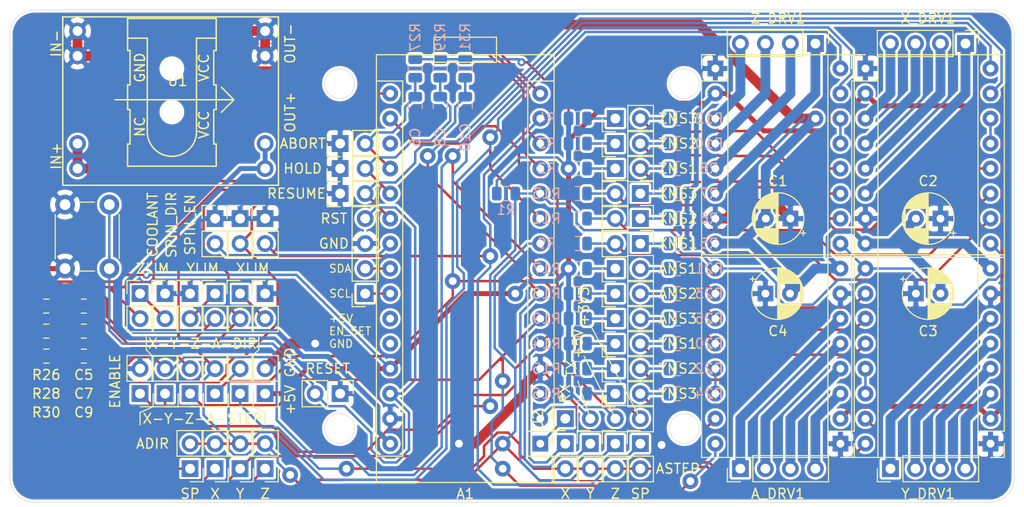
<source format=kicad_pcb>
(kicad_pcb (version 20171130) (host pcbnew "(5.1.5)-3")
  (layers (0 F.Cu signal) (31 B.Cu signal) (34 B.Paste user) (35 F.Paste user) (36 B.SilkS user) (37 F.SilkS user) (38 B.Mask user) (39 F.Mask user) (44 Edge.Cuts user))
  (net 0 "")
  (net 1 SPIN_DIR)
  (net 2 ZLIMIT)
  (net 3 +12V)
  (net 4 SPIN_EN)
  (net 5 GND)
  (net 6 YLIMIT)
  (net 7 RESET)
  (net 8 XLIMIT)
  (net 9 +5V)
  (net 10 EN)
  (net 11 "Net-(A1-Pad26)")
  (net 12 ZDIR)
  (net 13 "Net-(A1-Pad25)")
  (net 14 YDIR)
  (net 15 SCL)
  (net 16 XDIR)
  (net 17 SDA)
  (net 18 ZSTEP)
  (net 19 COOLANT)
  (net 20 YSTEP)
  (net 21 RESUME)
  (net 22 XSTEP)
  (net 23 HOLD)
  (net 24 ABORT)
  (net 25 "Net-(A1-Pad18)")
  (net 26 RX)
  (net 27 +3V3)
  (net 28 TX)
  (net 29 "Net-(J5-Pad2)")
  (net 30 "Net-(J5-Pad1)")
  (net 31 "Net-(J6-Pad2)")
  (net 32 "Net-(J6-Pad1)")
  (net 33 "Net-(J7-Pad2)")
  (net 34 "Net-(J7-Pad1)")
  (net 35 ASTEP)
  (net 36 ADIR)
  (net 37 "Net-(JP28-Pad2)")
  (net 38 "Net-(JP28-Pad1)")
  (net 39 "Net-(JP29-Pad2)")
  (net 40 "Net-(JP29-Pad1)")
  (net 41 "Net-(JP30-Pad2)")
  (net 42 "Net-(JP30-Pad1)")
  (net 43 "Net-(JP31-Pad2)")
  (net 44 "Net-(JP31-Pad1)")
  (net 45 "Net-(JP32-Pad2)")
  (net 46 "Net-(JP32-Pad1)")
  (net 47 "Net-(JP33-Pad2)")
  (net 48 "Net-(JP33-Pad1)")
  (net 49 "Net-(JP34-Pad2)")
  (net 50 "Net-(JP34-Pad1)")
  (net 51 "Net-(JP35-Pad2)")
  (net 52 "Net-(JP35-Pad1)")
  (net 53 "Net-(JP36-Pad2)")
  (net 54 "Net-(JP36-Pad1)")
  (net 55 "Net-(JP37-Pad1)")
  (net 56 "Net-(JP38-Pad1)")
  (net 57 "Net-(JP39-Pad1)")
  (net 58 "Net-(J5-Pad3)")
  (net 59 "Net-(J5-Pad4)")
  (net 60 "Net-(J6-Pad3)")
  (net 61 "Net-(J6-Pad4)")
  (net 62 "Net-(J7-Pad3)")
  (net 63 "Net-(J7-Pad4)")
  (net 64 "Net-(A_DRV1-Pad13)")
  (net 65 "Net-(A_DRV1-Pad6)")
  (net 66 "Net-(A_DRV1-Pad5)")
  (net 67 "Net-(A_DRV1-Pad12)")
  (net 68 "Net-(A_DRV1-Pad4)")
  (net 69 "Net-(A_DRV1-Pad11)")
  (net 70 "Net-(A_DRV1-Pad3)")
  (net 71 "Net-(A_DRV1-Pad10)")
  (net 72 "Net-(X_DRV1-Pad13)")
  (net 73 "Net-(Y_DRV1-Pad13)")
  (net 74 "Net-(Z_DRV1-Pad13)")
  (net 75 "Net-(A1-Pad30)")
  (net 76 "Net-(JP16-Pad1)")
  (net 77 "Net-(JP18-Pad1)")
  (net 78 "Net-(JP20-Pad1)")
  (module Capacitor_SMD:C_0805_2012Metric (layer B.Cu) (at 55.245 24.765 90)
    (fp_text reference C10 (at -3.175 0 90) (layer B.SilkS) (effects (justify mirror)))
    (fp_text value 100nF hide)
    (pad 2 smd roundrect (at 0.9375 0 90) (size 0.975 1.4) (layers B.Cu B.Paste B.Mask) (net 21 RESUME))
    (pad 1 smd roundrect (at -0.9375 0 90) (size 0.975 1.4) (layers B.Cu B.Paste B.Mask) (net 5 GND))
  )
  (module Capacitor_SMD:C_0805_2012Metric (layer F.Cu) (at 16.51 50.165 180)
    (fp_text reference C9 (at 0 -5.715) (layer F.SilkS))
    (fp_text value 100nF hide)
    (pad 2 smd roundrect (at 0.9375 0 180) (size 0.975 1.4) (layers F.Cu F.Paste F.Mask) (net 2 ZLIMIT))
    (pad 1 smd roundrect (at -0.9375 0 180) (size 0.975 1.4) (layers F.Cu F.Paste F.Mask) (net 5 GND))
  )
  (module Capacitor_SMD:C_0805_2012Metric (layer B.Cu) (at 52.705 24.765 90)
    (fp_text reference C8 (at -3.175 0 90) (layer B.SilkS) (effects (justify mirror)))
    (fp_text value 100nF hide)
    (pad 2 smd roundrect (at 0.9375 0 90) (size 0.975 1.4) (layers B.Cu B.Paste B.Mask) (net 23 HOLD))
    (pad 1 smd roundrect (at -0.9375 0 90) (size 0.975 1.4) (layers B.Cu B.Paste B.Mask) (net 5 GND))
  )
  (module Capacitor_SMD:C_0805_2012Metric (layer F.Cu) (at 16.51 47.625 180)
    (fp_text reference C7 (at 0 -6.35) (layer F.SilkS))
    (fp_text value 100nF hide)
    (pad 2 smd roundrect (at 0.9375 0 180) (size 0.975 1.4) (layers F.Cu F.Paste F.Mask) (net 6 YLIMIT))
    (pad 1 smd roundrect (at -0.9375 0 180) (size 0.975 1.4) (layers F.Cu F.Paste F.Mask) (net 5 GND))
  )
  (module Capacitor_SMD:C_0805_2012Metric (layer B.Cu) (at 50.165 24.765 90)
    (fp_text reference C6 (at -3.175 0 90) (layer B.SilkS) (effects (justify mirror)))
    (fp_text value 100nF hide)
    (pad 2 smd roundrect (at 0.9375 0 90) (size 0.975 1.4) (layers B.Cu B.Paste B.Mask) (net 24 ABORT))
    (pad 1 smd roundrect (at -0.9375 0 90) (size 0.975 1.4) (layers B.Cu B.Paste B.Mask) (net 5 GND))
  )
  (module Capacitor_SMD:C_0805_2012Metric (layer F.Cu) (at 16.51 45.085 180)
    (fp_text reference C5 (at 0 -6.985) (layer F.SilkS))
    (fp_text value 100nF hide)
    (pad 2 smd roundrect (at 0.9375 0 180) (size 0.975 1.4) (layers F.Cu F.Paste F.Mask) (net 8 XLIMIT))
    (pad 1 smd roundrect (at -0.9375 0 180) (size 0.975 1.4) (layers F.Cu F.Paste F.Mask) (net 5 GND))
  )
  (module Resistor_SMD:R_0805_2012Metric (layer B.Cu) (at 55.245 20.955 270)
    (fp_text reference R31 (at -3.175 0 90) (layer B.SilkS) (effects (justify mirror)))
    (fp_text value 10K hide)
    (pad 2 smd roundrect (at 0.9375 0 270) (size 0.975 1.4) (layers B.Cu B.Paste B.Mask) (net 21 RESUME))
    (pad 1 smd roundrect (at -0.9375 0 270) (size 0.975 1.4) (layers B.Cu B.Paste B.Mask) (net 9 +5V))
  )
  (module Resistor_SMD:R_0805_2012Metric (layer F.Cu) (at 12.7 50.165)
    (fp_text reference R30 (at 0 5.715) (layer F.SilkS))
    (fp_text value 10K hide)
    (pad 2 smd roundrect (at 0.9375 0) (size 0.975 1.4) (layers F.Cu F.Paste F.Mask) (net 2 ZLIMIT))
    (pad 1 smd roundrect (at -0.9375 0) (size 0.975 1.4) (layers F.Cu F.Paste F.Mask) (net 9 +5V))
  )
  (module Resistor_SMD:R_0805_2012Metric (layer B.Cu) (at 52.705 20.955 270)
    (fp_text reference R29 (at -3.175 0 90) (layer B.SilkS) (effects (justify mirror)))
    (fp_text value 10K hide)
    (pad 2 smd roundrect (at 0.9375 0 270) (size 0.975 1.4) (layers B.Cu B.Paste B.Mask) (net 23 HOLD))
    (pad 1 smd roundrect (at -0.9375 0 270) (size 0.975 1.4) (layers B.Cu B.Paste B.Mask) (net 9 +5V))
  )
  (module Resistor_SMD:R_0805_2012Metric (layer F.Cu) (at 12.7 47.625)
    (fp_text reference R28 (at 0 6.35) (layer F.SilkS))
    (fp_text value 10K hide)
    (pad 2 smd roundrect (at 0.9375 0) (size 0.975 1.4) (layers F.Cu F.Paste F.Mask) (net 6 YLIMIT))
    (pad 1 smd roundrect (at -0.9375 0) (size 0.975 1.4) (layers F.Cu F.Paste F.Mask) (net 9 +5V))
  )
  (module Resistor_SMD:R_0805_2012Metric (layer B.Cu) (at 50.165 20.955 270)
    (fp_text reference R27 (at -3.175 0 90) (layer B.SilkS) (effects (justify mirror)))
    (fp_text value 10K hide)
    (pad 2 smd roundrect (at 0.9375 0 270) (size 0.975 1.4) (layers B.Cu B.Paste B.Mask) (net 24 ABORT))
    (pad 1 smd roundrect (at -0.9375 0 270) (size 0.975 1.4) (layers B.Cu B.Paste B.Mask) (net 9 +5V))
  )
  (module Resistor_SMD:R_0805_2012Metric (layer F.Cu) (at 12.7 45.085)
    (fp_text reference R26 (at 0 6.985) (layer F.SilkS))
    (fp_text value 10K hide)
    (pad 2 smd roundrect (at 0.9375 0) (size 0.975 1.4) (layers F.Cu F.Paste F.Mask) (net 8 XLIMIT))
    (pad 1 smd roundrect (at -0.9375 0) (size 0.975 1.4) (layers F.Cu F.Paste F.Mask) (net 9 +5V))
  )
  (module CustomLibrary:buck_conv (layer F.Cu) (at 15.875 31.115)
    (fp_text reference U1 (at 10.16 -8.89) (layer F.SilkS))
    (fp_text value buck_conv)
    (fp_text user OUT+ (at 21.59 -5.715 90) (layer F.SilkS))
    (fp_text user OUT- (at 21.59 -12.7 90) (layer F.SilkS))
    (fp_text user IN- (at -2.159 -12.7 90) (layer F.SilkS))
    (fp_text user IN+ (at -2.159 -1.27 90) (layer F.SilkS))
    (pad 3 thru_hole circle (at 19.05 0) (size 1.7 1.7) (drill 1) (layers *.Cu *.Mask) (net 75 "Net-(A1-Pad30)"))
    (pad 3 thru_hole circle (at 19.05 -2.54) (size 1.7 1.7) (drill 1) (layers *.Cu *.Mask) (net 75 "Net-(A1-Pad30)"))
    (pad 4 thru_hole circle (at 19.05 -11.43) (size 1.7 1.7) (drill 1) (layers *.Cu *.Mask) (net 5 GND))
    (pad 4 thru_hole circle (at 19.05 -13.97) (size 1.7 1.7) (drill 1) (layers *.Cu *.Mask) (net 5 GND))
    (pad 1 thru_hole circle (at 0 0) (size 1.7 1.7) (drill 1) (layers *.Cu *.Mask) (net 3 +12V))
    (pad 1 thru_hole circle (at 0 -2.54) (size 1.7 1.7) (drill 1) (layers *.Cu *.Mask) (net 3 +12V))
    (pad 2 thru_hole circle (at 0 -11.43) (size 1.7 1.7) (drill 1) (layers *.Cu *.Mask) (net 5 GND))
    (pad 2 thru_hole circle (at 0 -13.97) (size 1.7 1.7) (drill 1) (layers *.Cu *.Mask) (net 5 GND))
  )
  (module Capacitor_THT:CP_Radial_D5.0mm_P2.50mm (layer F.Cu) (at 85.725 43.815)
    (fp_text reference C4 (at 1.27 3.81) (layer F.SilkS))
    (fp_text value 100uF)
    (pad 2 thru_hole circle (at 2.5 0) (size 1.6 1.6) (drill 0.8) (layers *.Cu *.Mask) (net 3 +12V))
    (pad 1 thru_hole rect (at 0 0) (size 1.6 1.6) (drill 0.8) (layers *.Cu *.Mask) (net 5 GND))
  )
  (module Capacitor_THT:CP_Radial_D5.0mm_P2.50mm (layer F.Cu) (at 101.005 43.815)
    (fp_text reference C3 (at 1.25 3.81) (layer F.SilkS))
    (fp_text value 100uF)
    (pad 2 thru_hole circle (at 2.5 0) (size 1.6 1.6) (drill 0.8) (layers *.Cu *.Mask) (net 3 +12V))
    (pad 1 thru_hole rect (at 0 0) (size 1.6 1.6) (drill 0.8) (layers *.Cu *.Mask) (net 5 GND))
  )
  (module Capacitor_THT:CP_Radial_D5.0mm_P2.50mm (layer F.Cu) (at 103.505 36.195 180)
    (fp_text reference C2 (at 1.25 3.81) (layer F.SilkS))
    (fp_text value 100uF)
    (pad 2 thru_hole circle (at 2.5 0 180) (size 1.6 1.6) (drill 0.8) (layers *.Cu *.Mask) (net 3 +12V))
    (pad 1 thru_hole rect (at 0 0 180) (size 1.6 1.6) (drill 0.8) (layers *.Cu *.Mask) (net 5 GND))
  )
  (module Capacitor_THT:CP_Radial_D5.0mm_P2.50mm (layer F.Cu) (at 88.265 36.195 180)
    (fp_text reference C1 (at 1.27 3.81) (layer F.SilkS))
    (fp_text value 100uF)
    (pad 2 thru_hole circle (at 2.5 0 180) (size 1.6 1.6) (drill 0.8) (layers *.Cu *.Mask) (net 3 +12V))
    (pad 1 thru_hole rect (at 0 0 180) (size 1.6 1.6) (drill 0.8) (layers *.Cu *.Mask) (net 5 GND))
  )
  (module Connector_PinSocket_2.54mm:PinSocket_1x04_P2.54mm_Vertical (layer F.Cu) (at 45.085 43.815 180)
    (fp_text reference J3 hide)
    (fp_text value I2C)
    (pad 4 thru_hole oval (at 0 7.62 180) (size 1.7 1.7) (drill 1) (layers *.Cu *.Mask) (net 7 RESET))
    (pad 3 thru_hole oval (at 0 5.08 180) (size 1.7 1.7) (drill 1) (layers *.Cu *.Mask) (net 5 GND))
    (pad 2 thru_hole oval (at 0 2.54 180) (size 1.7 1.7) (drill 1) (layers *.Cu *.Mask) (net 17 SDA))
    (pad 1 thru_hole rect (at 0 0 180) (size 1.7 1.7) (drill 1) (layers *.Cu *.Mask) (net 15 SCL))
  )
  (module Connector_PinSocket_2.54mm:PinSocket_1x04_P2.54mm_Vertical (layer F.Cu) (at 65.405 56.515 90)
    (fp_text reference J2 (at 0 -2.77 90) (layer F.SilkS))
    (fp_text value UART)
    (pad 4 thru_hole oval (at 0 7.62 90) (size 1.7 1.7) (drill 1) (layers *.Cu *.Mask) (net 27 +3V3))
    (pad 3 thru_hole oval (at 0 5.08 90) (size 1.7 1.7) (drill 1) (layers *.Cu *.Mask) (net 9 +5V))
    (pad 2 thru_hole oval (at 0 2.54 90) (size 1.7 1.7) (drill 1) (layers *.Cu *.Mask) (net 26 RX))
    (pad 1 thru_hole rect (at 0 0 90) (size 1.7 1.7) (drill 1) (layers *.Cu *.Mask) (net 28 TX))
  )
  (module Connector_PinHeader_2.54mm:PinHeader_1x04_P2.54mm_Vertical (layer F.Cu) (at 83.185 61.595 90)
    (fp_text reference J8 hide)
    (fp_text value AMOT)
    (pad 4 thru_hole oval (at 0 7.62 90) (size 1.7 1.7) (drill 1) (layers *.Cu *.Mask) (net 70 "Net-(A_DRV1-Pad3)"))
    (pad 3 thru_hole oval (at 0 5.08 90) (size 1.7 1.7) (drill 1) (layers *.Cu *.Mask) (net 68 "Net-(A_DRV1-Pad4)"))
    (pad 2 thru_hole oval (at 0 2.54 90) (size 1.7 1.7) (drill 1) (layers *.Cu *.Mask) (net 66 "Net-(A_DRV1-Pad5)"))
    (pad 1 thru_hole rect (at 0 0 90) (size 1.7 1.7) (drill 1) (layers *.Cu *.Mask) (net 65 "Net-(A_DRV1-Pad6)"))
  )
  (module Connector_PinHeader_2.54mm:PinHeader_1x04_P2.54mm_Vertical (layer F.Cu) (at 98.425 61.595 90)
    (fp_text reference J7 hide)
    (fp_text value YMOT)
    (pad 4 thru_hole oval (at 0 7.62 90) (size 1.7 1.7) (drill 1) (layers *.Cu *.Mask) (net 63 "Net-(J7-Pad4)"))
    (pad 3 thru_hole oval (at 0 5.08 90) (size 1.7 1.7) (drill 1) (layers *.Cu *.Mask) (net 62 "Net-(J7-Pad3)"))
    (pad 2 thru_hole oval (at 0 2.54 90) (size 1.7 1.7) (drill 1) (layers *.Cu *.Mask) (net 33 "Net-(J7-Pad2)"))
    (pad 1 thru_hole rect (at 0 0 90) (size 1.7 1.7) (drill 1) (layers *.Cu *.Mask) (net 34 "Net-(J7-Pad1)"))
  )
  (module Connector_PinHeader_2.54mm:PinHeader_1x04_P2.54mm_Vertical (layer F.Cu) (at 106.045 18.415 270)
    (fp_text reference J6 hide)
    (fp_text value XMOT)
    (pad 4 thru_hole oval (at 0 7.62 270) (size 1.7 1.7) (drill 1) (layers *.Cu *.Mask) (net 61 "Net-(J6-Pad4)"))
    (pad 3 thru_hole oval (at 0 5.08 270) (size 1.7 1.7) (drill 1) (layers *.Cu *.Mask) (net 60 "Net-(J6-Pad3)"))
    (pad 2 thru_hole oval (at 0 2.54 270) (size 1.7 1.7) (drill 1) (layers *.Cu *.Mask) (net 31 "Net-(J6-Pad2)"))
    (pad 1 thru_hole rect (at 0 0 270) (size 1.7 1.7) (drill 1) (layers *.Cu *.Mask) (net 32 "Net-(J6-Pad1)"))
  )
  (module Connector_PinHeader_2.54mm:PinHeader_1x04_P2.54mm_Vertical (layer F.Cu) (at 90.805 18.415 270)
    (fp_text reference J5 hide)
    (fp_text value ZMOT)
    (pad 4 thru_hole oval (at 0 7.62 270) (size 1.7 1.7) (drill 1) (layers *.Cu *.Mask) (net 59 "Net-(J5-Pad4)"))
    (pad 3 thru_hole oval (at 0 5.08 270) (size 1.7 1.7) (drill 1) (layers *.Cu *.Mask) (net 58 "Net-(J5-Pad3)"))
    (pad 2 thru_hole oval (at 0 2.54 270) (size 1.7 1.7) (drill 1) (layers *.Cu *.Mask) (net 29 "Net-(J5-Pad2)"))
    (pad 1 thru_hole rect (at 0 0 270) (size 1.7 1.7) (drill 1) (layers *.Cu *.Mask) (net 30 "Net-(J5-Pad1)"))
  )
  (module CustomLibrary:Barrel_Jack_2.1x5.5_Custom_SMT (layer F.Cu) (at 20.955 15.875)
    (fp_text reference J1 hide)
    (fp_text value Barrel_Jack)
    (fp_text user GND (at 1.25 5 90) (layer F.SilkS))
    (fp_text user NC (at 1.25 11 90) (layer F.SilkS))
    (fp_text user VCC (at 7.75 10.795 90) (layer F.SilkS))
    (fp_text user VCC (at 7.75 5 90) (layer F.SilkS))
    (pad "" np_thru_hole circle (at 4.5 9.5) (size 2 2) (drill 2) (layers *.Cu *.Mask))
    (pad "" np_thru_hole circle (at 4.5 5.1) (size 2 2) (drill 2) (layers *.Cu *.Mask))
    (pad "" smd rect (at -1.5 11) (size 3.048 3.048) (layers F.Cu F.Paste F.Mask))
    (pad 1 smd rect (at 10.5 11) (size 3.048 3.048) (layers F.Cu F.Paste F.Mask) (net 3 +12V))
    (pad 1 smd rect (at 10.5 5) (size 3.048 3.048) (layers F.Cu F.Paste F.Mask) (net 3 +12V))
    (pad 2 smd rect (at -1.5 5) (size 3.048 3.048) (layers F.Cu F.Paste F.Mask) (net 5 GND))
  )
  (module Module:Pololu_Breakout-16_15.2x20.3mm (layer F.Cu) (at 93.345 59.055 180)
    (fp_text reference A_DRV1 (at 6.35 -5.08 180) (layer F.SilkS))
    (fp_text value A_DRV)
    (pad 16 thru_hole oval (at 12.7 0 180) (size 1.6 1.6) (drill 0.8) (layers *.Cu *.Mask) (net 36 ADIR))
    (pad 8 thru_hole oval (at 0 17.78 180) (size 1.6 1.6) (drill 0.8) (layers *.Cu *.Mask) (net 3 +12V))
    (pad 15 thru_hole oval (at 12.7 2.54 180) (size 1.6 1.6) (drill 0.8) (layers *.Cu *.Mask) (net 35 ASTEP))
    (pad 7 thru_hole oval (at 0 15.24 180) (size 1.6 1.6) (drill 0.8) (layers *.Cu *.Mask) (net 5 GND))
    (pad 14 thru_hole oval (at 12.7 5.08 180) (size 1.6 1.6) (drill 0.8) (layers *.Cu *.Mask) (net 64 "Net-(A_DRV1-Pad13)"))
    (pad 6 thru_hole oval (at 0 12.7 180) (size 1.6 1.6) (drill 0.8) (layers *.Cu *.Mask) (net 65 "Net-(A_DRV1-Pad6)"))
    (pad 13 thru_hole oval (at 12.7 7.62 180) (size 1.6 1.6) (drill 0.8) (layers *.Cu *.Mask) (net 64 "Net-(A_DRV1-Pad13)"))
    (pad 5 thru_hole oval (at 0 10.16 180) (size 1.6 1.6) (drill 0.8) (layers *.Cu *.Mask) (net 66 "Net-(A_DRV1-Pad5)"))
    (pad 12 thru_hole oval (at 12.7 10.16 180) (size 1.6 1.6) (drill 0.8) (layers *.Cu *.Mask) (net 67 "Net-(A_DRV1-Pad12)"))
    (pad 4 thru_hole oval (at 0 7.62 180) (size 1.6 1.6) (drill 0.8) (layers *.Cu *.Mask) (net 68 "Net-(A_DRV1-Pad4)"))
    (pad 11 thru_hole oval (at 12.7 12.7 180) (size 1.6 1.6) (drill 0.8) (layers *.Cu *.Mask) (net 69 "Net-(A_DRV1-Pad11)"))
    (pad 3 thru_hole oval (at 0 5.08 180) (size 1.6 1.6) (drill 0.8) (layers *.Cu *.Mask) (net 70 "Net-(A_DRV1-Pad3)"))
    (pad 10 thru_hole oval (at 12.7 15.24 180) (size 1.6 1.6) (drill 0.8) (layers *.Cu *.Mask) (net 71 "Net-(A_DRV1-Pad10)"))
    (pad 2 thru_hole oval (at 0 2.54 180) (size 1.6 1.6) (drill 0.8) (layers *.Cu *.Mask) (net 9 +5V))
    (pad 9 thru_hole oval (at 12.7 17.78 180) (size 1.6 1.6) (drill 0.8) (layers *.Cu *.Mask) (net 10 EN))
    (pad 1 thru_hole rect (at 0 0 180) (size 1.6 1.6) (drill 0.8) (layers *.Cu *.Mask) (net 5 GND))
  )
  (module Module:Pololu_Breakout-16_15.2x20.3mm (layer F.Cu) (at 108.585 59.055 180)
    (fp_text reference Y_DRV1 (at 6.35 -5.08 180) (layer F.SilkS))
    (fp_text value Y_DRV)
    (pad 16 thru_hole oval (at 12.7 0 180) (size 1.6 1.6) (drill 0.8) (layers *.Cu *.Mask) (net 14 YDIR))
    (pad 8 thru_hole oval (at 0 17.78 180) (size 1.6 1.6) (drill 0.8) (layers *.Cu *.Mask) (net 3 +12V))
    (pad 15 thru_hole oval (at 12.7 2.54 180) (size 1.6 1.6) (drill 0.8) (layers *.Cu *.Mask) (net 20 YSTEP))
    (pad 7 thru_hole oval (at 0 15.24 180) (size 1.6 1.6) (drill 0.8) (layers *.Cu *.Mask) (net 5 GND))
    (pad 14 thru_hole oval (at 12.7 5.08 180) (size 1.6 1.6) (drill 0.8) (layers *.Cu *.Mask) (net 73 "Net-(Y_DRV1-Pad13)"))
    (pad 6 thru_hole oval (at 0 12.7 180) (size 1.6 1.6) (drill 0.8) (layers *.Cu *.Mask) (net 34 "Net-(J7-Pad1)"))
    (pad 13 thru_hole oval (at 12.7 7.62 180) (size 1.6 1.6) (drill 0.8) (layers *.Cu *.Mask) (net 73 "Net-(Y_DRV1-Pad13)"))
    (pad 5 thru_hole oval (at 0 10.16 180) (size 1.6 1.6) (drill 0.8) (layers *.Cu *.Mask) (net 33 "Net-(J7-Pad2)"))
    (pad 12 thru_hole oval (at 12.7 10.16 180) (size 1.6 1.6) (drill 0.8) (layers *.Cu *.Mask) (net 53 "Net-(JP36-Pad2)"))
    (pad 4 thru_hole oval (at 0 7.62 180) (size 1.6 1.6) (drill 0.8) (layers *.Cu *.Mask) (net 62 "Net-(J7-Pad3)"))
    (pad 11 thru_hole oval (at 12.7 12.7 180) (size 1.6 1.6) (drill 0.8) (layers *.Cu *.Mask) (net 51 "Net-(JP35-Pad2)"))
    (pad 3 thru_hole oval (at 0 5.08 180) (size 1.6 1.6) (drill 0.8) (layers *.Cu *.Mask) (net 63 "Net-(J7-Pad4)"))
    (pad 10 thru_hole oval (at 12.7 15.24 180) (size 1.6 1.6) (drill 0.8) (layers *.Cu *.Mask) (net 49 "Net-(JP34-Pad2)"))
    (pad 2 thru_hole oval (at 0 2.54 180) (size 1.6 1.6) (drill 0.8) (layers *.Cu *.Mask) (net 9 +5V))
    (pad 9 thru_hole oval (at 12.7 17.78 180) (size 1.6 1.6) (drill 0.8) (layers *.Cu *.Mask) (net 10 EN))
    (pad 1 thru_hole rect (at 0 0 180) (size 1.6 1.6) (drill 0.8) (layers *.Cu *.Mask) (net 5 GND))
  )
  (module Module:Pololu_Breakout-16_15.2x20.3mm (layer F.Cu) (at 95.885 20.955)
    (fp_text reference X_DRV1 (at 6.35 -5.08 180) (layer F.SilkS))
    (fp_text value X_DRV)
    (pad 16 thru_hole oval (at 12.7 0) (size 1.6 1.6) (drill 0.8) (layers *.Cu *.Mask) (net 16 XDIR))
    (pad 8 thru_hole oval (at 0 17.78) (size 1.6 1.6) (drill 0.8) (layers *.Cu *.Mask) (net 3 +12V))
    (pad 15 thru_hole oval (at 12.7 2.54) (size 1.6 1.6) (drill 0.8) (layers *.Cu *.Mask) (net 22 XSTEP))
    (pad 7 thru_hole oval (at 0 15.24) (size 1.6 1.6) (drill 0.8) (layers *.Cu *.Mask) (net 5 GND))
    (pad 14 thru_hole oval (at 12.7 5.08) (size 1.6 1.6) (drill 0.8) (layers *.Cu *.Mask) (net 72 "Net-(X_DRV1-Pad13)"))
    (pad 6 thru_hole oval (at 0 12.7) (size 1.6 1.6) (drill 0.8) (layers *.Cu *.Mask) (net 32 "Net-(J6-Pad1)"))
    (pad 13 thru_hole oval (at 12.7 7.62) (size 1.6 1.6) (drill 0.8) (layers *.Cu *.Mask) (net 72 "Net-(X_DRV1-Pad13)"))
    (pad 5 thru_hole oval (at 0 10.16) (size 1.6 1.6) (drill 0.8) (layers *.Cu *.Mask) (net 31 "Net-(J6-Pad2)"))
    (pad 12 thru_hole oval (at 12.7 10.16) (size 1.6 1.6) (drill 0.8) (layers *.Cu *.Mask) (net 47 "Net-(JP33-Pad2)"))
    (pad 4 thru_hole oval (at 0 7.62) (size 1.6 1.6) (drill 0.8) (layers *.Cu *.Mask) (net 60 "Net-(J6-Pad3)"))
    (pad 11 thru_hole oval (at 12.7 12.7) (size 1.6 1.6) (drill 0.8) (layers *.Cu *.Mask) (net 45 "Net-(JP32-Pad2)"))
    (pad 3 thru_hole oval (at 0 5.08) (size 1.6 1.6) (drill 0.8) (layers *.Cu *.Mask) (net 61 "Net-(J6-Pad4)"))
    (pad 10 thru_hole oval (at 12.7 15.24) (size 1.6 1.6) (drill 0.8) (layers *.Cu *.Mask) (net 43 "Net-(JP31-Pad2)"))
    (pad 2 thru_hole oval (at 0 2.54) (size 1.6 1.6) (drill 0.8) (layers *.Cu *.Mask) (net 9 +5V))
    (pad 9 thru_hole oval (at 12.7 17.78) (size 1.6 1.6) (drill 0.8) (layers *.Cu *.Mask) (net 10 EN))
    (pad 1 thru_hole rect (at 0 0) (size 1.6 1.6) (drill 0.8) (layers *.Cu *.Mask) (net 5 GND))
  )
  (module Module:Pololu_Breakout-16_15.2x20.3mm (layer F.Cu) (at 80.645 20.955)
    (fp_text reference Z_DRV1 (at 6.35 -5.08 180) (layer F.SilkS))
    (fp_text value Z_DRV)
    (pad 16 thru_hole oval (at 12.7 0) (size 1.6 1.6) (drill 0.8) (layers *.Cu *.Mask) (net 12 ZDIR))
    (pad 8 thru_hole oval (at 0 17.78) (size 1.6 1.6) (drill 0.8) (layers *.Cu *.Mask) (net 3 +12V))
    (pad 15 thru_hole oval (at 12.7 2.54) (size 1.6 1.6) (drill 0.8) (layers *.Cu *.Mask) (net 18 ZSTEP))
    (pad 7 thru_hole oval (at 0 15.24) (size 1.6 1.6) (drill 0.8) (layers *.Cu *.Mask) (net 5 GND))
    (pad 14 thru_hole oval (at 12.7 5.08) (size 1.6 1.6) (drill 0.8) (layers *.Cu *.Mask) (net 74 "Net-(Z_DRV1-Pad13)"))
    (pad 6 thru_hole oval (at 0 12.7) (size 1.6 1.6) (drill 0.8) (layers *.Cu *.Mask) (net 30 "Net-(J5-Pad1)"))
    (pad 13 thru_hole oval (at 12.7 7.62) (size 1.6 1.6) (drill 0.8) (layers *.Cu *.Mask) (net 74 "Net-(Z_DRV1-Pad13)"))
    (pad 5 thru_hole oval (at 0 10.16) (size 1.6 1.6) (drill 0.8) (layers *.Cu *.Mask) (net 29 "Net-(J5-Pad2)"))
    (pad 12 thru_hole oval (at 12.7 10.16) (size 1.6 1.6) (drill 0.8) (layers *.Cu *.Mask) (net 41 "Net-(JP30-Pad2)"))
    (pad 4 thru_hole oval (at 0 7.62) (size 1.6 1.6) (drill 0.8) (layers *.Cu *.Mask) (net 58 "Net-(J5-Pad3)"))
    (pad 11 thru_hole oval (at 12.7 12.7) (size 1.6 1.6) (drill 0.8) (layers *.Cu *.Mask) (net 39 "Net-(JP29-Pad2)"))
    (pad 3 thru_hole oval (at 0 5.08) (size 1.6 1.6) (drill 0.8) (layers *.Cu *.Mask) (net 59 "Net-(J5-Pad4)"))
    (pad 10 thru_hole oval (at 12.7 15.24) (size 1.6 1.6) (drill 0.8) (layers *.Cu *.Mask) (net 37 "Net-(JP28-Pad2)"))
    (pad 2 thru_hole oval (at 0 2.54) (size 1.6 1.6) (drill 0.8) (layers *.Cu *.Mask) (net 9 +5V))
    (pad 9 thru_hole oval (at 12.7 17.78) (size 1.6 1.6) (drill 0.8) (layers *.Cu *.Mask) (net 10 EN))
    (pad 1 thru_hole rect (at 0 0) (size 1.6 1.6) (drill 0.8) (layers *.Cu *.Mask) (net 5 GND))
  )
  (module Button_Switch_THT:SW_PUSH_6mm (layer F.Cu) (at 14.605 41.275 90)
    (fp_text reference SW1 hide)
    (fp_text value SW_Push)
    (pad 1 thru_hole circle (at 6.5 0 180) (size 2 2) (drill 1.1) (layers *.Cu *.Mask) (net 5 GND))
    (pad 2 thru_hole circle (at 6.5 4.5 180) (size 2 2) (drill 1.1) (layers *.Cu *.Mask) (net 7 RESET))
    (pad 1 thru_hole circle (at 0 0 180) (size 2 2) (drill 1.1) (layers *.Cu *.Mask) (net 5 GND))
    (pad 2 thru_hole circle (at 0 4.5 180) (size 2 2) (drill 1.1) (layers *.Cu *.Mask) (net 7 RESET))
  )
  (module Resistor_SMD:R_0805_2012Metric (layer B.Cu) (at 76.835 46.355)
    (fp_text reference R25 (at 3.175 0) (layer B.SilkS) (effects (justify mirror)))
    (fp_text value 100K)
    (pad 2 smd roundrect (at 0.9375 0) (size 0.975 1.4) (layers B.Cu B.Paste B.Mask) (net 5 GND))
    (pad 1 smd roundrect (at -0.9375 0) (size 0.975 1.4) (layers B.Cu B.Paste B.Mask) (net 67 "Net-(A_DRV1-Pad12)"))
  )
  (module Resistor_SMD:R_0805_2012Metric (layer B.Cu) (at 76.835 53.975)
    (fp_text reference R24 (at 3.175 0) (layer B.SilkS) (effects (justify mirror)))
    (fp_text value 100K)
    (pad 2 smd roundrect (at 0.9375 0) (size 0.975 1.4) (layers B.Cu B.Paste B.Mask) (net 5 GND))
    (pad 1 smd roundrect (at -0.9375 0) (size 0.975 1.4) (layers B.Cu B.Paste B.Mask) (net 53 "Net-(JP36-Pad2)"))
  )
  (module Resistor_SMD:R_0805_2012Metric (layer B.Cu) (at 76.835 43.815)
    (fp_text reference R23 (at 3.175 0) (layer B.SilkS) (effects (justify mirror)))
    (fp_text value 100K)
    (pad 2 smd roundrect (at 0.9375 0) (size 0.975 1.4) (layers B.Cu B.Paste B.Mask) (net 5 GND))
    (pad 1 smd roundrect (at -0.9375 0) (size 0.975 1.4) (layers B.Cu B.Paste B.Mask) (net 69 "Net-(A_DRV1-Pad11)"))
  )
  (module Resistor_SMD:R_0805_2012Metric (layer B.Cu) (at 76.835 51.435)
    (fp_text reference R22 (at 3.175 0) (layer B.SilkS) (effects (justify mirror)))
    (fp_text value 100K)
    (pad 2 smd roundrect (at 0.9375 0) (size 0.975 1.4) (layers B.Cu B.Paste B.Mask) (net 5 GND))
    (pad 1 smd roundrect (at -0.9375 0) (size 0.975 1.4) (layers B.Cu B.Paste B.Mask) (net 51 "Net-(JP35-Pad2)"))
  )
  (module Resistor_SMD:R_0805_2012Metric (layer B.Cu) (at 76.835 41.275)
    (fp_text reference R21 (at 3.175 0) (layer B.SilkS) (effects (justify mirror)))
    (fp_text value 100K)
    (pad 2 smd roundrect (at 0.9375 0) (size 0.975 1.4) (layers B.Cu B.Paste B.Mask) (net 5 GND))
    (pad 1 smd roundrect (at -0.9375 0) (size 0.975 1.4) (layers B.Cu B.Paste B.Mask) (net 71 "Net-(A_DRV1-Pad10)"))
  )
  (module Resistor_SMD:R_0805_2012Metric (layer B.Cu) (at 76.835 48.895)
    (fp_text reference R20 (at 3.175 0) (layer B.SilkS) (effects (justify mirror)))
    (fp_text value 100K)
    (pad 2 smd roundrect (at 0.9375 0) (size 0.975 1.4) (layers B.Cu B.Paste B.Mask) (net 5 GND))
    (pad 1 smd roundrect (at -0.9375 0) (size 0.975 1.4) (layers B.Cu B.Paste B.Mask) (net 49 "Net-(JP34-Pad2)"))
  )
  (module Resistor_SMD:R_0805_2012Metric (layer B.Cu) (at 66.675 46.355 180)
    (fp_text reference R19 (at 3.175 0) (layer B.SilkS) (effects (justify mirror)))
    (fp_text value 10K)
    (pad 2 smd roundrect (at 0.9375 0 180) (size 0.975 1.4) (layers B.Cu B.Paste B.Mask) (net 9 +5V))
    (pad 1 smd roundrect (at -0.9375 0 180) (size 0.975 1.4) (layers B.Cu B.Paste B.Mask) (net 57 "Net-(JP39-Pad1)"))
  )
  (module Resistor_SMD:R_0805_2012Metric (layer B.Cu) (at 66.675 43.815 180)
    (fp_text reference R18 (at 3.175 0) (layer B.SilkS) (effects (justify mirror)))
    (fp_text value 10K)
    (pad 2 smd roundrect (at 0.9375 0 180) (size 0.975 1.4) (layers B.Cu B.Paste B.Mask) (net 9 +5V))
    (pad 1 smd roundrect (at -0.9375 0 180) (size 0.975 1.4) (layers B.Cu B.Paste B.Mask) (net 56 "Net-(JP38-Pad1)"))
  )
  (module Resistor_SMD:R_0805_2012Metric (layer B.Cu) (at 66.675 41.275 180)
    (fp_text reference R17 (at 3.175 0) (layer B.SilkS) (effects (justify mirror)))
    (fp_text value 10K)
    (pad 2 smd roundrect (at 0.9375 0 180) (size 0.975 1.4) (layers B.Cu B.Paste B.Mask) (net 9 +5V))
    (pad 1 smd roundrect (at -0.9375 0 180) (size 0.975 1.4) (layers B.Cu B.Paste B.Mask) (net 55 "Net-(JP37-Pad1)"))
  )
  (module Resistor_SMD:R_0805_2012Metric (layer B.Cu) (at 66.675 53.975 180)
    (fp_text reference R16 (at 3.175 0) (layer B.SilkS) (effects (justify mirror)))
    (fp_text value 10K)
    (pad 2 smd roundrect (at 0.9375 0 180) (size 0.975 1.4) (layers B.Cu B.Paste B.Mask) (net 9 +5V))
    (pad 1 smd roundrect (at -0.9375 0 180) (size 0.975 1.4) (layers B.Cu B.Paste B.Mask) (net 54 "Net-(JP36-Pad1)"))
  )
  (module Resistor_SMD:R_0805_2012Metric (layer B.Cu) (at 66.675 51.435 180)
    (fp_text reference R15 (at 3.175 0) (layer B.SilkS) (effects (justify mirror)))
    (fp_text value 10K)
    (pad 2 smd roundrect (at 0.9375 0 180) (size 0.975 1.4) (layers B.Cu B.Paste B.Mask) (net 9 +5V))
    (pad 1 smd roundrect (at -0.9375 0 180) (size 0.975 1.4) (layers B.Cu B.Paste B.Mask) (net 52 "Net-(JP35-Pad1)"))
  )
  (module Resistor_SMD:R_0805_2012Metric (layer B.Cu) (at 66.675 48.895 180)
    (fp_text reference R14 (at 3.175 0) (layer B.SilkS) (effects (justify mirror)))
    (fp_text value 10K)
    (pad 2 smd roundrect (at 0.9375 0 180) (size 0.975 1.4) (layers B.Cu B.Paste B.Mask) (net 9 +5V))
    (pad 1 smd roundrect (at -0.9375 0 180) (size 0.975 1.4) (layers B.Cu B.Paste B.Mask) (net 50 "Net-(JP34-Pad1)"))
  )
  (module Resistor_SMD:R_0805_2012Metric (layer B.Cu) (at 66.675 33.655 180)
    (fp_text reference R13 (at 3.175 0) (layer B.SilkS) (effects (justify mirror)))
    (fp_text value 100K)
    (pad 2 smd roundrect (at 0.9375 0 180) (size 0.975 1.4) (layers B.Cu B.Paste B.Mask) (net 5 GND))
    (pad 1 smd roundrect (at -0.9375 0 180) (size 0.975 1.4) (layers B.Cu B.Paste B.Mask) (net 47 "Net-(JP33-Pad2)"))
  )
  (module Resistor_SMD:R_0805_2012Metric (layer B.Cu) (at 76.835 26.035)
    (fp_text reference R12 (at 3.175 0) (layer B.SilkS) (effects (justify mirror)))
    (fp_text value 100K)
    (pad 2 smd roundrect (at 0.9375 0) (size 0.975 1.4) (layers B.Cu B.Paste B.Mask) (net 5 GND))
    (pad 1 smd roundrect (at -0.9375 0) (size 0.975 1.4) (layers B.Cu B.Paste B.Mask) (net 41 "Net-(JP30-Pad2)"))
  )
  (module Resistor_SMD:R_0805_2012Metric (layer B.Cu) (at 66.675 36.195 180)
    (fp_text reference R11 (at 3.175 0) (layer B.SilkS) (effects (justify mirror)))
    (fp_text value 100K)
    (pad 2 smd roundrect (at 0.9375 0 180) (size 0.975 1.4) (layers B.Cu B.Paste B.Mask) (net 5 GND))
    (pad 1 smd roundrect (at -0.9375 0 180) (size 0.975 1.4) (layers B.Cu B.Paste B.Mask) (net 45 "Net-(JP32-Pad2)"))
  )
  (module Resistor_SMD:R_0805_2012Metric (layer B.Cu) (at 76.835 28.575)
    (fp_text reference R10 (at 3.175 0) (layer B.SilkS) (effects (justify mirror)))
    (fp_text value 100K)
    (pad 2 smd roundrect (at 0.9375 0) (size 0.975 1.4) (layers B.Cu B.Paste B.Mask) (net 5 GND))
    (pad 1 smd roundrect (at -0.9375 0) (size 0.975 1.4) (layers B.Cu B.Paste B.Mask) (net 39 "Net-(JP29-Pad2)"))
  )
  (module Resistor_SMD:R_0805_2012Metric (layer B.Cu) (at 66.675 38.735 180)
    (fp_text reference R9 (at 3.175 0) (layer B.SilkS) (effects (justify mirror)))
    (fp_text value 100K)
    (pad 2 smd roundrect (at 0.9375 0 180) (size 0.975 1.4) (layers B.Cu B.Paste B.Mask) (net 5 GND))
    (pad 1 smd roundrect (at -0.9375 0 180) (size 0.975 1.4) (layers B.Cu B.Paste B.Mask) (net 43 "Net-(JP31-Pad2)"))
  )
  (module Resistor_SMD:R_0805_2012Metric (layer B.Cu) (at 76.835 31.115)
    (fp_text reference R8 (at 3.175 0) (layer B.SilkS) (effects (justify mirror)))
    (fp_text value 100K)
    (pad 2 smd roundrect (at 0.9375 0) (size 0.975 1.4) (layers B.Cu B.Paste B.Mask) (net 5 GND))
    (pad 1 smd roundrect (at -0.9375 0) (size 0.975 1.4) (layers B.Cu B.Paste B.Mask) (net 37 "Net-(JP28-Pad2)"))
  )
  (module Resistor_SMD:R_0805_2012Metric (layer B.Cu) (at 76.835 33.655)
    (fp_text reference R7 (at 3.175 0) (layer B.SilkS) (effects (justify mirror)))
    (fp_text value 10K)
    (pad 2 smd roundrect (at 0.9375 0) (size 0.975 1.4) (layers B.Cu B.Paste B.Mask) (net 9 +5V))
    (pad 1 smd roundrect (at -0.9375 0) (size 0.975 1.4) (layers B.Cu B.Paste B.Mask) (net 48 "Net-(JP33-Pad1)"))
  )
  (module Resistor_SMD:R_0805_2012Metric (layer B.Cu) (at 76.835 36.195)
    (fp_text reference R6 (at 3.175 0) (layer B.SilkS) (effects (justify mirror)))
    (fp_text value 10K)
    (pad 2 smd roundrect (at 0.9375 0) (size 0.975 1.4) (layers B.Cu B.Paste B.Mask) (net 9 +5V))
    (pad 1 smd roundrect (at -0.9375 0) (size 0.975 1.4) (layers B.Cu B.Paste B.Mask) (net 46 "Net-(JP32-Pad1)"))
  )
  (module Resistor_SMD:R_0805_2012Metric (layer B.Cu) (at 76.835 38.735)
    (fp_text reference R5 (at 3.175 0) (layer B.SilkS) (effects (justify mirror)))
    (fp_text value 10K)
    (pad 2 smd roundrect (at 0.9375 0) (size 0.975 1.4) (layers B.Cu B.Paste B.Mask) (net 9 +5V))
    (pad 1 smd roundrect (at -0.9375 0) (size 0.975 1.4) (layers B.Cu B.Paste B.Mask) (net 44 "Net-(JP31-Pad1)"))
  )
  (module Resistor_SMD:R_0805_2012Metric (layer B.Cu) (at 66.675 26.035 180)
    (fp_text reference R4 (at 3.175 0) (layer B.SilkS) (effects (justify mirror)))
    (fp_text value 10K)
    (pad 2 smd roundrect (at 0.9375 0 180) (size 0.975 1.4) (layers B.Cu B.Paste B.Mask) (net 9 +5V))
    (pad 1 smd roundrect (at -0.9375 0 180) (size 0.975 1.4) (layers B.Cu B.Paste B.Mask) (net 42 "Net-(JP30-Pad1)"))
  )
  (module Resistor_SMD:R_0805_2012Metric (layer B.Cu) (at 66.675 28.575 180)
    (fp_text reference R3 (at 3.175 0) (layer B.SilkS) (effects (justify mirror)))
    (fp_text value 10K)
    (pad 2 smd roundrect (at 0.9375 0 180) (size 0.975 1.4) (layers B.Cu B.Paste B.Mask) (net 9 +5V))
    (pad 1 smd roundrect (at -0.9375 0 180) (size 0.975 1.4) (layers B.Cu B.Paste B.Mask) (net 40 "Net-(JP29-Pad1)"))
  )
  (module Resistor_SMD:R_0805_2012Metric (layer B.Cu) (at 66.675 31.115 180)
    (fp_text reference R2 (at 3.175 0) (layer B.SilkS) (effects (justify mirror)))
    (fp_text value 10K)
    (pad 2 smd roundrect (at 0.9375 0 180) (size 0.975 1.4) (layers B.Cu B.Paste B.Mask) (net 9 +5V))
    (pad 1 smd roundrect (at -0.9375 0 180) (size 0.975 1.4) (layers B.Cu B.Paste B.Mask) (net 38 "Net-(JP28-Pad1)"))
  )
  (module Resistor_SMD:R_0805_2012Metric (layer B.Cu) (at 59.3875 33.655)
    (fp_text reference R1 (at 0 1.65) (layer B.SilkS) (effects (justify mirror)))
    (fp_text value 10K)
    (pad 2 smd roundrect (at 0.9375 0) (size 0.975 1.4) (layers B.Cu B.Paste B.Mask) (net 10 EN))
    (pad 1 smd roundrect (at -0.9375 0) (size 0.975 1.4) (layers B.Cu B.Paste B.Mask) (net 9 +5V))
  )
  (module Connector_PinHeader_2.54mm:PinHeader_1x02_P2.54mm_Vertical (layer F.Cu) (at 70.485 46.355 90)
    (fp_text reference JP39 hide)
    (fp_text value Jumper_NO_Small)
    (pad 2 thru_hole oval (at 0 2.54 90) (size 1.7 1.7) (drill 1) (layers *.Cu *.Mask) (net 67 "Net-(A_DRV1-Pad12)"))
    (pad 1 thru_hole rect (at 0 0 90) (size 1.7 1.7) (drill 1) (layers *.Cu *.Mask) (net 57 "Net-(JP39-Pad1)"))
  )
  (module Connector_PinHeader_2.54mm:PinHeader_1x02_P2.54mm_Vertical (layer F.Cu) (at 70.485 43.815 90)
    (fp_text reference JP38 hide)
    (fp_text value Jumper_NO_Small)
    (pad 2 thru_hole oval (at 0 2.54 90) (size 1.7 1.7) (drill 1) (layers *.Cu *.Mask) (net 69 "Net-(A_DRV1-Pad11)"))
    (pad 1 thru_hole rect (at 0 0 90) (size 1.7 1.7) (drill 1) (layers *.Cu *.Mask) (net 56 "Net-(JP38-Pad1)"))
  )
  (module Connector_PinHeader_2.54mm:PinHeader_1x02_P2.54mm_Vertical (layer F.Cu) (at 70.485 41.275 90)
    (fp_text reference JP37 hide)
    (fp_text value Jumper_NO_Small)
    (pad 2 thru_hole oval (at 0 2.54 90) (size 1.7 1.7) (drill 1) (layers *.Cu *.Mask) (net 71 "Net-(A_DRV1-Pad10)"))
    (pad 1 thru_hole rect (at 0 0 90) (size 1.7 1.7) (drill 1) (layers *.Cu *.Mask) (net 55 "Net-(JP37-Pad1)"))
  )
  (module Connector_PinHeader_2.54mm:PinHeader_1x02_P2.54mm_Vertical (layer F.Cu) (at 70.485 53.975 90)
    (fp_text reference JP36 hide)
    (fp_text value Jumper_NO_Small)
    (pad 2 thru_hole oval (at 0 2.54 90) (size 1.7 1.7) (drill 1) (layers *.Cu *.Mask) (net 53 "Net-(JP36-Pad2)"))
    (pad 1 thru_hole rect (at 0 0 90) (size 1.7 1.7) (drill 1) (layers *.Cu *.Mask) (net 54 "Net-(JP36-Pad1)"))
  )
  (module Connector_PinHeader_2.54mm:PinHeader_1x02_P2.54mm_Vertical (layer F.Cu) (at 70.485 51.435 90)
    (fp_text reference JP35 hide)
    (fp_text value Jumper_NO_Small)
    (pad 2 thru_hole oval (at 0 2.54 90) (size 1.7 1.7) (drill 1) (layers *.Cu *.Mask) (net 51 "Net-(JP35-Pad2)"))
    (pad 1 thru_hole rect (at 0 0 90) (size 1.7 1.7) (drill 1) (layers *.Cu *.Mask) (net 52 "Net-(JP35-Pad1)"))
  )
  (module Connector_PinHeader_2.54mm:PinHeader_1x02_P2.54mm_Vertical (layer F.Cu) (at 70.485 48.895 90)
    (fp_text reference JP34 hide)
    (fp_text value Jumper_NO_Small)
    (pad 2 thru_hole oval (at 0 2.54 90) (size 1.7 1.7) (drill 1) (layers *.Cu *.Mask) (net 49 "Net-(JP34-Pad2)"))
    (pad 1 thru_hole rect (at 0 0 90) (size 1.7 1.7) (drill 1) (layers *.Cu *.Mask) (net 50 "Net-(JP34-Pad1)"))
  )
  (module Connector_PinHeader_2.54mm:PinHeader_1x02_P2.54mm_Vertical (layer F.Cu) (at 73.025 33.655 270)
    (fp_text reference JP33 hide)
    (fp_text value Jumper_NO_Small)
    (pad 2 thru_hole oval (at 0 2.54 270) (size 1.7 1.7) (drill 1) (layers *.Cu *.Mask) (net 47 "Net-(JP33-Pad2)"))
    (pad 1 thru_hole rect (at 0 0 270) (size 1.7 1.7) (drill 1) (layers *.Cu *.Mask) (net 48 "Net-(JP33-Pad1)"))
  )
  (module Connector_PinHeader_2.54mm:PinHeader_1x02_P2.54mm_Vertical (layer F.Cu) (at 73.025 36.195 270)
    (fp_text reference JP32 hide)
    (fp_text value Jumper_NO_Small)
    (pad 2 thru_hole oval (at 0 2.54 270) (size 1.7 1.7) (drill 1) (layers *.Cu *.Mask) (net 45 "Net-(JP32-Pad2)"))
    (pad 1 thru_hole rect (at 0 0 270) (size 1.7 1.7) (drill 1) (layers *.Cu *.Mask) (net 46 "Net-(JP32-Pad1)"))
  )
  (module Connector_PinHeader_2.54mm:PinHeader_1x02_P2.54mm_Vertical (layer F.Cu) (at 73.025 38.735 270)
    (fp_text reference JP31 hide)
    (fp_text value Jumper_NO_Small)
    (pad 2 thru_hole oval (at 0 2.54 270) (size 1.7 1.7) (drill 1) (layers *.Cu *.Mask) (net 43 "Net-(JP31-Pad2)"))
    (pad 1 thru_hole rect (at 0 0 270) (size 1.7 1.7) (drill 1) (layers *.Cu *.Mask) (net 44 "Net-(JP31-Pad1)"))
  )
  (module Connector_PinHeader_2.54mm:PinHeader_1x02_P2.54mm_Vertical (layer F.Cu) (at 70.485 26.035 90)
    (fp_text reference JP30 hide)
    (fp_text value Jumper_NO_Small)
    (pad 2 thru_hole oval (at 0 2.54 90) (size 1.7 1.7) (drill 1) (layers *.Cu *.Mask) (net 41 "Net-(JP30-Pad2)"))
    (pad 1 thru_hole rect (at 0 0 90) (size 1.7 1.7) (drill 1) (layers *.Cu *.Mask) (net 42 "Net-(JP30-Pad1)"))
  )
  (module Connector_PinHeader_2.54mm:PinHeader_1x02_P2.54mm_Vertical (layer F.Cu) (at 70.485 28.575 90)
    (fp_text reference JP29 hide)
    (fp_text value Jumper_NO_Small)
    (pad 2 thru_hole oval (at 0 2.54 90) (size 1.7 1.7) (drill 1) (layers *.Cu *.Mask) (net 39 "Net-(JP29-Pad2)"))
    (pad 1 thru_hole rect (at 0 0 90) (size 1.7 1.7) (drill 1) (layers *.Cu *.Mask) (net 40 "Net-(JP29-Pad1)"))
  )
  (module Connector_PinHeader_2.54mm:PinHeader_1x02_P2.54mm_Vertical (layer F.Cu) (at 70.485 31.115 90)
    (fp_text reference JP28 hide)
    (fp_text value Jumper_NO_Small)
    (pad 2 thru_hole oval (at 0 2.54 90) (size 1.7 1.7) (drill 1) (layers *.Cu *.Mask) (net 37 "Net-(JP28-Pad2)"))
    (pad 1 thru_hole rect (at 0 0 90) (size 1.7 1.7) (drill 1) (layers *.Cu *.Mask) (net 38 "Net-(JP28-Pad1)"))
  )
  (module Connector_PinHeader_2.54mm:PinHeader_1x02_P2.54mm_Vertical (layer F.Cu) (at 42.545 33.655 90)
    (fp_text reference JP27 hide)
    (fp_text value Jumper_NO_Small)
    (pad 2 thru_hole oval (at 0 2.54 90) (size 1.7 1.7) (drill 1) (layers *.Cu *.Mask) (net 21 RESUME))
    (pad 1 thru_hole rect (at 0 0 90) (size 1.7 1.7) (drill 1) (layers *.Cu *.Mask) (net 5 GND))
  )
  (module Connector_PinHeader_2.54mm:PinHeader_1x02_P2.54mm_Vertical (layer F.Cu) (at 42.545 31.115 90)
    (fp_text reference JP26 hide)
    (fp_text value Jumper_NO_Small)
    (pad 2 thru_hole oval (at 0 2.54 90) (size 1.7 1.7) (drill 1) (layers *.Cu *.Mask) (net 23 HOLD))
    (pad 1 thru_hole rect (at 0 0 90) (size 1.7 1.7) (drill 1) (layers *.Cu *.Mask) (net 5 GND))
  )
  (module Connector_PinHeader_2.54mm:PinHeader_1x02_P2.54mm_Vertical (layer F.Cu) (at 42.545 28.575 90)
    (fp_text reference JP25 hide)
    (fp_text value Jumper_NO_Small)
    (pad 2 thru_hole oval (at 0 2.54 90) (size 1.7 1.7) (drill 1) (layers *.Cu *.Mask) (net 24 ABORT))
    (pad 1 thru_hole rect (at 0 0 90) (size 1.7 1.7) (drill 1) (layers *.Cu *.Mask) (net 5 GND))
  )
  (module Connector_PinHeader_2.54mm:PinHeader_1x02_P2.54mm_Vertical (layer F.Cu) (at 29.845 36.195)
    (fp_text reference JP24 hide)
    (fp_text value Jumper_NO_Small)
    (pad 2 thru_hole oval (at 0 2.54) (size 1.7 1.7) (drill 1) (layers *.Cu *.Mask) (net 19 COOLANT))
    (pad 1 thru_hole rect (at 0 0) (size 1.7 1.7) (drill 1) (layers *.Cu *.Mask) (net 5 GND))
  )
  (module Connector_PinHeader_2.54mm:PinHeader_1x02_P2.54mm_Vertical (layer F.Cu) (at 32.385 36.195)
    (fp_text reference JP23 hide)
    (fp_text value Jumper_NO_Small)
    (pad 2 thru_hole oval (at 0 2.54) (size 1.7 1.7) (drill 1) (layers *.Cu *.Mask) (net 1 SPIN_DIR))
    (pad 1 thru_hole rect (at 0 0) (size 1.7 1.7) (drill 1) (layers *.Cu *.Mask) (net 5 GND))
  )
  (module Connector_PinHeader_2.54mm:PinHeader_1x02_P2.54mm_Vertical (layer F.Cu) (at 34.925 36.195)
    (fp_text reference JP22 hide)
    (fp_text value Jumper_NO_Small)
    (pad 2 thru_hole oval (at 0 2.54) (size 1.7 1.7) (drill 1) (layers *.Cu *.Mask) (net 4 SPIN_EN))
    (pad 1 thru_hole rect (at 0 0) (size 1.7 1.7) (drill 1) (layers *.Cu *.Mask) (net 5 GND))
  )
  (module Connector_PinHeader_2.54mm:PinHeader_1x02_P2.54mm_Vertical (layer F.Cu) (at 34.925 43.815)
    (fp_text reference JP21 hide)
    (fp_text value Jumper_NO_Small)
    (pad 2 thru_hole oval (at 0 2.54) (size 1.7 1.7) (drill 1) (layers *.Cu *.Mask) (net 78 "Net-(JP20-Pad1)"))
    (pad 1 thru_hole rect (at 0 0) (size 1.7 1.7) (drill 1) (layers *.Cu *.Mask) (net 5 GND))
  )
  (module Connector_PinHeader_2.54mm:PinHeader_1x02_P2.54mm_Vertical (layer F.Cu) (at 32.385 43.815)
    (fp_text reference JP20 hide)
    (fp_text value Jumper_NO_Small)
    (pad 2 thru_hole oval (at 0 2.54) (size 1.7 1.7) (drill 1) (layers *.Cu *.Mask) (net 8 XLIMIT))
    (pad 1 thru_hole rect (at 0 0) (size 1.7 1.7) (drill 1) (layers *.Cu *.Mask) (net 78 "Net-(JP20-Pad1)"))
  )
  (module Connector_PinHeader_2.54mm:PinHeader_1x02_P2.54mm_Vertical (layer F.Cu) (at 27.305 43.815)
    (fp_text reference JP19 hide)
    (fp_text value Jumper_NO_Small)
    (pad 2 thru_hole oval (at 0 2.54) (size 1.7 1.7) (drill 1) (layers *.Cu *.Mask) (net 77 "Net-(JP18-Pad1)"))
    (pad 1 thru_hole rect (at 0 0) (size 1.7 1.7) (drill 1) (layers *.Cu *.Mask) (net 5 GND))
  )
  (module Connector_PinHeader_2.54mm:PinHeader_1x02_P2.54mm_Vertical (layer F.Cu) (at 29.845 43.815)
    (fp_text reference JP18 hide)
    (fp_text value Jumper_NO_Small)
    (pad 2 thru_hole oval (at 0 2.54) (size 1.7 1.7) (drill 1) (layers *.Cu *.Mask) (net 6 YLIMIT))
    (pad 1 thru_hole rect (at 0 0) (size 1.7 1.7) (drill 1) (layers *.Cu *.Mask) (net 77 "Net-(JP18-Pad1)"))
  )
  (module Connector_PinHeader_2.54mm:PinHeader_1x02_P2.54mm_Vertical (layer F.Cu) (at 24.765 43.815)
    (fp_text reference JP17 hide)
    (fp_text value Jumper_NO_Small)
    (pad 2 thru_hole oval (at 0 2.54) (size 1.7 1.7) (drill 1) (layers *.Cu *.Mask) (net 76 "Net-(JP16-Pad1)"))
    (pad 1 thru_hole rect (at 0 0) (size 1.7 1.7) (drill 1) (layers *.Cu *.Mask) (net 5 GND))
  )
  (module Connector_PinHeader_2.54mm:PinHeader_1x02_P2.54mm_Vertical (layer F.Cu) (at 22.225 43.815)
    (fp_text reference JP16 hide)
    (fp_text value Jumper_NO_Small)
    (pad 2 thru_hole oval (at 0 2.54) (size 1.7 1.7) (drill 1) (layers *.Cu *.Mask) (net 2 ZLIMIT))
    (pad 1 thru_hole rect (at 0 0) (size 1.7 1.7) (drill 1) (layers *.Cu *.Mask) (net 76 "Net-(JP16-Pad1)"))
  )
  (module Connector_PinHeader_2.54mm:PinHeader_1x02_P2.54mm_Vertical (layer F.Cu) (at 27.305 61.595 180)
    (fp_text reference JP15 hide)
    (fp_text value Jumper_NO_Small)
    (pad 2 thru_hole oval (at 0 2.54 180) (size 1.7 1.7) (drill 1) (layers *.Cu *.Mask) (net 36 ADIR))
    (pad 1 thru_hole rect (at 0 0 180) (size 1.7 1.7) (drill 1) (layers *.Cu *.Mask) (net 1 SPIN_DIR))
  )
  (module Connector_PinHeader_2.54mm:PinHeader_1x02_P2.54mm_Vertical (layer F.Cu) (at 34.925 61.595 180)
    (fp_text reference JP14 hide)
    (fp_text value Jumper_NO_Small)
    (pad 2 thru_hole oval (at 0 2.54 180) (size 1.7 1.7) (drill 1) (layers *.Cu *.Mask) (net 36 ADIR))
    (pad 1 thru_hole rect (at 0 0 180) (size 1.7 1.7) (drill 1) (layers *.Cu *.Mask) (net 12 ZDIR))
  )
  (module Connector_PinHeader_2.54mm:PinHeader_1x02_P2.54mm_Vertical (layer F.Cu) (at 32.385 61.595 180)
    (fp_text reference JP13 hide)
    (fp_text value Jumper_NO_Small)
    (pad 2 thru_hole oval (at 0 2.54 180) (size 1.7 1.7) (drill 1) (layers *.Cu *.Mask) (net 36 ADIR))
    (pad 1 thru_hole rect (at 0 0 180) (size 1.7 1.7) (drill 1) (layers *.Cu *.Mask) (net 14 YDIR))
  )
  (module Connector_PinHeader_2.54mm:PinHeader_1x02_P2.54mm_Vertical (layer F.Cu) (at 29.845 61.595 180)
    (fp_text reference JP12 hide)
    (fp_text value Jumper_NO_Small)
    (pad 2 thru_hole oval (at 0 2.54 180) (size 1.7 1.7) (drill 1) (layers *.Cu *.Mask) (net 36 ADIR))
    (pad 1 thru_hole rect (at 0 0 180) (size 1.7 1.7) (drill 1) (layers *.Cu *.Mask) (net 16 XDIR))
  )
  (module Connector_PinHeader_2.54mm:PinHeader_1x02_P2.54mm_Vertical (layer F.Cu) (at 34.925 53.975 180)
    (fp_text reference JP11 hide)
    (fp_text value Jumper_NO_Small)
    (pad 2 thru_hole oval (at 0 2.54 180) (size 1.7 1.7) (drill 1) (layers *.Cu *.Mask) (net 5 GND))
    (pad 1 thru_hole rect (at 0 0 180) (size 1.7 1.7) (drill 1) (layers *.Cu *.Mask) (net 9 +5V))
  )
  (module Connector_PinHeader_2.54mm:PinHeader_1x02_P2.54mm_Vertical (layer F.Cu) (at 32.385 53.975 180)
    (fp_text reference JP10 hide)
    (fp_text value Jumper_NO_Small)
    (pad 2 thru_hole oval (at 0 2.54 180) (size 1.7 1.7) (drill 1) (layers *.Cu *.Mask) (net 36 ADIR))
    (pad 1 thru_hole rect (at 0 0 180) (size 1.7 1.7) (drill 1) (layers *.Cu *.Mask) (net 35 ASTEP))
  )
  (module Connector_PinHeader_2.54mm:PinHeader_1x02_P2.54mm_Vertical (layer F.Cu) (at 29.845 53.975 180)
    (fp_text reference JP9 hide)
    (fp_text value Jumper_NO_Small)
    (pad 2 thru_hole oval (at 0 2.54 180) (size 1.7 1.7) (drill 1) (layers *.Cu *.Mask) (net 12 ZDIR))
    (pad 1 thru_hole rect (at 0 0 180) (size 1.7 1.7) (drill 1) (layers *.Cu *.Mask) (net 18 ZSTEP))
  )
  (module Connector_PinHeader_2.54mm:PinHeader_1x02_P2.54mm_Vertical (layer F.Cu) (at 27.305 53.975 180)
    (fp_text reference JP8 hide)
    (fp_text value Jumper_NO_Small)
    (pad 2 thru_hole oval (at 0 2.54 180) (size 1.7 1.7) (drill 1) (layers *.Cu *.Mask) (net 14 YDIR))
    (pad 1 thru_hole rect (at 0 0 180) (size 1.7 1.7) (drill 1) (layers *.Cu *.Mask) (net 20 YSTEP))
  )
  (module Connector_PinHeader_2.54mm:PinHeader_1x02_P2.54mm_Vertical (layer F.Cu) (at 24.765 53.975 180)
    (fp_text reference JP7 hide)
    (fp_text value Jumper_NO_Small)
    (pad 2 thru_hole oval (at 0 2.54 180) (size 1.7 1.7) (drill 1) (layers *.Cu *.Mask) (net 16 XDIR))
    (pad 1 thru_hole rect (at 0 0 180) (size 1.7 1.7) (drill 1) (layers *.Cu *.Mask) (net 22 XSTEP))
  )
  (module Connector_PinHeader_2.54mm:PinHeader_1x02_P2.54mm_Vertical (layer F.Cu) (at 22.225 53.975 180)
    (fp_text reference JP6 hide)
    (fp_text value Jumper_NO_Small)
    (pad 2 thru_hole oval (at 0 2.54 180) (size 1.7 1.7) (drill 1) (layers *.Cu *.Mask) (net 5 GND))
    (pad 1 thru_hole rect (at 0 0 180) (size 1.7 1.7) (drill 1) (layers *.Cu *.Mask) (net 10 EN))
  )
  (module Connector_PinHeader_2.54mm:PinHeader_1x02_P2.54mm_Vertical (layer F.Cu) (at 73.025 59.055)
    (fp_text reference JP5 hide)
    (fp_text value Jumper_NO_Small)
    (pad 2 thru_hole oval (at 0 2.54) (size 1.7 1.7) (drill 1) (layers *.Cu *.Mask) (net 35 ASTEP))
    (pad 1 thru_hole rect (at 0 0) (size 1.7 1.7) (drill 1) (layers *.Cu *.Mask) (net 4 SPIN_EN))
  )
  (module Connector_PinHeader_2.54mm:PinHeader_1x02_P2.54mm_Vertical (layer F.Cu) (at 70.485 59.055)
    (fp_text reference JP4 hide)
    (fp_text value Jumper_NO_Small)
    (pad 2 thru_hole oval (at 0 2.54) (size 1.7 1.7) (drill 1) (layers *.Cu *.Mask) (net 35 ASTEP))
    (pad 1 thru_hole rect (at 0 0) (size 1.7 1.7) (drill 1) (layers *.Cu *.Mask) (net 18 ZSTEP))
  )
  (module Connector_PinHeader_2.54mm:PinHeader_1x02_P2.54mm_Vertical (layer F.Cu) (at 67.945 59.055)
    (fp_text reference JP3 hide)
    (fp_text value Jumper_NO_Small)
    (pad 2 thru_hole oval (at 0 2.54) (size 1.7 1.7) (drill 1) (layers *.Cu *.Mask) (net 35 ASTEP))
    (pad 1 thru_hole rect (at 0 0) (size 1.7 1.7) (drill 1) (layers *.Cu *.Mask) (net 20 YSTEP))
  )
  (module Connector_PinHeader_2.54mm:PinHeader_1x02_P2.54mm_Vertical (layer F.Cu) (at 65.405 59.055)
    (fp_text reference JP2 hide)
    (fp_text value Jumper_NO_Small)
    (pad 2 thru_hole oval (at 0 2.54) (size 1.7 1.7) (drill 1) (layers *.Cu *.Mask) (net 35 ASTEP))
    (pad 1 thru_hole rect (at 0 0) (size 1.7 1.7) (drill 1) (layers *.Cu *.Mask) (net 22 XSTEP))
  )
  (module Connector_PinHeader_2.54mm:PinHeader_1x02_P2.54mm_Vertical (layer F.Cu) (at 42.545 53.975 270)
    (fp_text reference JP1 hide)
    (fp_text value ESTOP)
    (pad 2 thru_hole oval (at 0 2.54 270) (size 1.7 1.7) (drill 1) (layers *.Cu *.Mask) (net 7 RESET))
    (pad 1 thru_hole rect (at 0 0 270) (size 1.7 1.7) (drill 1) (layers *.Cu *.Mask) (net 5 GND))
  )
  (module Module:Arduino_Nano (layer F.Cu) (at 62.865 59.055 180)
    (fp_text reference A1 (at 7.62 -5.08) (layer F.SilkS))
    (fp_text value Arduino_Nano_v3.x)
    (pad 16 thru_hole oval (at 15.24 35.56 180) (size 1.6 1.6) (drill 0.8) (layers *.Cu *.Mask) (net 1 SPIN_DIR))
    (pad 15 thru_hole oval (at 0 35.56 180) (size 1.6 1.6) (drill 0.8) (layers *.Cu *.Mask) (net 2 ZLIMIT))
    (pad 30 thru_hole oval (at 15.24 0 180) (size 1.6 1.6) (drill 0.8) (layers *.Cu *.Mask) (net 75 "Net-(A1-Pad30)"))
    (pad 14 thru_hole oval (at 0 33.02 180) (size 1.6 1.6) (drill 0.8) (layers *.Cu *.Mask) (net 4 SPIN_EN))
    (pad 29 thru_hole oval (at 15.24 2.54 180) (size 1.6 1.6) (drill 0.8) (layers *.Cu *.Mask) (net 5 GND))
    (pad 13 thru_hole oval (at 0 30.48 180) (size 1.6 1.6) (drill 0.8) (layers *.Cu *.Mask) (net 6 YLIMIT))
    (pad 28 thru_hole oval (at 15.24 5.08 180) (size 1.6 1.6) (drill 0.8) (layers *.Cu *.Mask) (net 7 RESET))
    (pad 12 thru_hole oval (at 0 27.94 180) (size 1.6 1.6) (drill 0.8) (layers *.Cu *.Mask) (net 8 XLIMIT))
    (pad 27 thru_hole oval (at 15.24 7.62 180) (size 1.6 1.6) (drill 0.8) (layers *.Cu *.Mask) (net 9 +5V))
    (pad 11 thru_hole oval (at 0 25.4 180) (size 1.6 1.6) (drill 0.8) (layers *.Cu *.Mask) (net 10 EN))
    (pad 26 thru_hole oval (at 15.24 10.16 180) (size 1.6 1.6) (drill 0.8) (layers *.Cu *.Mask) (net 11 "Net-(A1-Pad26)"))
    (pad 10 thru_hole oval (at 0 22.86 180) (size 1.6 1.6) (drill 0.8) (layers *.Cu *.Mask) (net 12 ZDIR))
    (pad 25 thru_hole oval (at 15.24 12.7 180) (size 1.6 1.6) (drill 0.8) (layers *.Cu *.Mask) (net 13 "Net-(A1-Pad25)"))
    (pad 9 thru_hole oval (at 0 20.32 180) (size 1.6 1.6) (drill 0.8) (layers *.Cu *.Mask) (net 14 YDIR))
    (pad 24 thru_hole oval (at 15.24 15.24 180) (size 1.6 1.6) (drill 0.8) (layers *.Cu *.Mask) (net 15 SCL))
    (pad 8 thru_hole oval (at 0 17.78 180) (size 1.6 1.6) (drill 0.8) (layers *.Cu *.Mask) (net 16 XDIR))
    (pad 23 thru_hole oval (at 15.24 17.78 180) (size 1.6 1.6) (drill 0.8) (layers *.Cu *.Mask) (net 17 SDA))
    (pad 7 thru_hole oval (at 0 15.24 180) (size 1.6 1.6) (drill 0.8) (layers *.Cu *.Mask) (net 18 ZSTEP))
    (pad 22 thru_hole oval (at 15.24 20.32 180) (size 1.6 1.6) (drill 0.8) (layers *.Cu *.Mask) (net 19 COOLANT))
    (pad 6 thru_hole oval (at 0 12.7 180) (size 1.6 1.6) (drill 0.8) (layers *.Cu *.Mask) (net 20 YSTEP))
    (pad 21 thru_hole oval (at 15.24 22.86 180) (size 1.6 1.6) (drill 0.8) (layers *.Cu *.Mask) (net 21 RESUME))
    (pad 5 thru_hole oval (at 0 10.16 180) (size 1.6 1.6) (drill 0.8) (layers *.Cu *.Mask) (net 22 XSTEP))
    (pad 20 thru_hole oval (at 15.24 25.4 180) (size 1.6 1.6) (drill 0.8) (layers *.Cu *.Mask) (net 23 HOLD))
    (pad 4 thru_hole oval (at 0 7.62 180) (size 1.6 1.6) (drill 0.8) (layers *.Cu *.Mask) (net 5 GND))
    (pad 19 thru_hole oval (at 15.24 27.94 180) (size 1.6 1.6) (drill 0.8) (layers *.Cu *.Mask) (net 24 ABORT))
    (pad 3 thru_hole oval (at 0 5.08 180) (size 1.6 1.6) (drill 0.8) (layers *.Cu *.Mask) (net 7 RESET))
    (pad 18 thru_hole oval (at 15.24 30.48 180) (size 1.6 1.6) (drill 0.8) (layers *.Cu *.Mask) (net 25 "Net-(A1-Pad18)"))
    (pad 2 thru_hole oval (at 0 2.54 180) (size 1.6 1.6) (drill 0.8) (layers *.Cu *.Mask) (net 26 RX))
    (pad 17 thru_hole oval (at 15.24 33.02 180) (size 1.6 1.6) (drill 0.8) (layers *.Cu *.Mask) (net 27 +3V3))
    (pad 1 thru_hole rect (at 0 0 180) (size 1.6 1.6) (drill 0.8) (layers *.Cu *.Mask) (net 28 TX))
  )
  (gr_line (start 52.07 17.78) (end 52.07 20.32) (layer F.SilkS) (width 0.12))
  (gr_line (start 58.42 17.78) (end 52.07 17.78) (layer F.SilkS) (width 0.12))
  (gr_line (start 58.42 20.32) (end 58.42 17.78) (layer F.SilkS) (width 0.12))
  (gr_line (start 52.07 20.32) (end 58.42 20.32) (layer F.SilkS) (width 0.12))
  (gr_text emmertarmin.github.io (at 11.46 25.925 90) (layer F.Cu) (effects (font (size 1 1))))
  (gr_text GND (at 41.91 38.735) (layer F.SilkS) (effects (font (size 1 1))))
  (gr_text SDA (at 42.545 41.275) (layer F.SilkS) (effects (font (size 0.8 0.8) (thickness 0.12))))
  (gr_text SCL (at 42.545 43.815) (layer F.SilkS) (effects (font (size 0.8 0.8) (thickness 0.12))))
  (gr_line (start 67.945 46.99) (end 73.025 56.515) (layer F.SilkS) (width 0.12))
  (gr_line (start 67.31 50.165) (end 70.485 56.515) (layer F.SilkS) (width 0.12))
  (gr_line (start 66.675 52.705) (end 67.945 56.515) (layer F.SilkS) (width 0.12))
  (gr_text +3V3 (at 67.31 45.085 90) (layer F.SilkS) (effects (font (size 1 1))))
  (gr_text +5V (at 66.675 48.895 90) (layer F.SilkS) (effects (font (size 1 1))))
  (gr_text TX (at 66.04 51.435 90) (layer F.SilkS) (effects (font (size 1 1))))
  (gr_text RX (at 65.405 53.975 90) (layer F.SilkS) (effects (font (size 1 1))))
  (gr_text SP (at 73.025 64.135) (layer F.SilkS) (effects (font (size 1 1))))
  (gr_text Z (at 70.485 64.135) (layer F.SilkS) (effects (font (size 1 1))))
  (gr_text Y (at 67.945 64.135) (layer F.SilkS) (effects (font (size 1 1))))
  (gr_text X (at 65.405 64.135) (layer F.SilkS) (effects (font (size 1 1))))
  (gr_text Z (at 34.925 64.135) (layer F.SilkS) (effects (font (size 1 1))))
  (gr_text Y (at 32.385 64.135) (layer F.SilkS) (effects (font (size 1 1))))
  (gr_text X (at 29.845 64.135) (layer F.SilkS) (effects (font (size 1 1))))
  (gr_text SP (at 27.305 64.135) (layer F.SilkS) (effects (font (size 1 1))))
  (gr_line (start 34.925 55.88) (end 34.925 57.15) (layer F.SilkS) (width 0.12))
  (gr_line (start 33.715 55.305) (end 34.925 55.88) (layer F.SilkS) (width 0.12))
  (gr_line (start 23.555 55.305) (end 33.715 55.305) (layer F.SilkS) (width 0.12))
  (gr_line (start 22.225 55.88) (end 23.555 55.305) (layer F.SilkS) (width 0.12))
  (gr_line (start 22.225 57.15) (end 22.225 55.88) (layer F.SilkS) (width 0.12))
  (gr_text X-Y-Z-A-STEP (at 28.575 56.515) (layer F.SilkS) (effects (font (size 1 1))))
  (gr_line (start 22.86 48.895) (end 22.86 48.26) (layer F.SilkS) (width 0.12))
  (gr_line (start 34.29 49.53) (end 34.29 48.26) (layer F.SilkS) (width 0.12))
  (gr_line (start 33.595 50.105) (end 34.29 49.53) (layer F.SilkS) (width 0.12))
  (gr_line (start 23.495 50.165) (end 33.595 50.105) (layer F.SilkS) (width 0.12))
  (gr_line (start 22.86 49.53) (end 23.495 50.165) (layer F.SilkS) (width 0.12))
  (gr_line (start 22.86 48.895) (end 22.86 49.53) (layer F.SilkS) (width 0.12))
  (gr_text X-Y-Z-A-DIR (at 28.575 48.895) (layer F.SilkS) (effects (font (size 1 1))))
  (gr_text ENABLE (at 19.685 52.705 90) (layer F.SilkS) (effects (font (size 1 1))))
  (gr_text +5V (at 37.465 54.61 90) (layer F.SilkS) (effects (font (size 1 1))))
  (gr_text GND (at 37.465 50.8 90) (layer F.SilkS) (effects (font (size 1 1))))
  (gr_text "+5V\nEN_SET\nGND" (at 41.335 47.625) (layer F.SilkS) (effects (font (size 0.8 0.8) (thickness 0.12)) (justify left)))
  (gr_text RST (at 41.91 36.195) (layer F.SilkS) (effects (font (size 1 1))))
  (gr_text RESUME (at 38.1 33.655) (layer F.SilkS) (effects (font (size 1 1))))
  (gr_text HOLD (at 38.735 31.115) (layer F.SilkS) (effects (font (size 1 1))))
  (gr_text ABORT (at 38.735 28.575) (layer F.SilkS) (effects (font (size 1 1))))
  (gr_text RESET (at 41.275 51.435) (layer F.SilkS) (effects (font (size 1 1))))
  (gr_text SPIN_DIR (at 25.4 36.83 90) (layer F.SilkS) (effects (font (size 1 1))))
  (gr_text SPIN_EN (at 27.305 36.83 90) (layer F.SilkS) (effects (font (size 1 1))))
  (gr_text COOLANT (at 23.495 36.83 90) (layer F.SilkS) (effects (font (size 1 1))))
  (gr_text XLIM (at 33.655 41.275) (layer F.SilkS) (effects (font (size 1 1))))
  (gr_text YLIM (at 28.575 41.275) (layer F.SilkS) (effects (font (size 1 1))))
  (gr_text ZLIM (at 23.495 41.275) (layer F.SilkS) (effects (font (size 1 1))))
  (gr_text YMS3 (at 76.835 53.975) (layer F.SilkS) (effects (font (size 1 1))))
  (gr_text YMS2 (at 76.835 51.435) (layer F.SilkS) (effects (font (size 1 1))))
  (gr_text YMS1 (at 76.835 48.895) (layer F.SilkS) (effects (font (size 1 1))))
  (gr_text AMS3 (at 76.835 46.355) (layer F.SilkS) (effects (font (size 1 1))))
  (gr_text AMS2 (at 76.835 43.815) (layer F.SilkS) (effects (font (size 1 1))))
  (gr_text AMS1 (at 76.835 41.275) (layer F.SilkS) (effects (font (size 1 1))))
  (gr_text XMS1 (at 76.835 38.735) (layer F.SilkS) (effects (font (size 1 1))))
  (gr_text XMS2 (at 76.835 36.195) (layer F.SilkS) (effects (font (size 1 1))))
  (gr_text XMS3 (at 76.835 33.655) (layer F.SilkS) (effects (font (size 1 1))))
  (gr_text ZMS1 (at 76.835 31.115) (layer F.SilkS) (effects (font (size 1 1))))
  (gr_text ZMS2 (at 76.835 28.575) (layer F.SilkS) (effects (font (size 1 1))))
  (gr_text ZMS3 (at 76.835 26.035) (layer F.SilkS) (effects (font (size 1 1))))
  (gr_text ADIR (at 23.495 59.055) (layer F.SilkS) (effects (font (size 1 1))))
  (gr_text ASTEP (at 76.835 61.595) (layer F.SilkS) (effects (font (size 1 1))))
  (gr_arc (start 108.5 17.5) (end 111 17.5) (angle -90) (layer Edge.Cuts) (width 0.05))
  (gr_arc (start 11.5 17.5) (end 11.5 15) (angle -90) (layer Edge.Cuts) (width 0.05))
  (gr_arc (start 11.5 62.5) (end 9 62.5) (angle -90) (layer Edge.Cuts) (width 0.05))
  (gr_arc (start 108.5 62.5) (end 108.5 65) (angle -90) (layer Edge.Cuts) (width 0.05))
  (gr_circle (center 42.5 57.5) (end 42.5 59) (layer Edge.Cuts) (width 0.05))
  (gr_circle (center 77.5 57.5) (end 77.5 59) (layer Edge.Cuts) (width 0.05))
  (gr_circle (center 77.5 22.5) (end 79 22.5) (layer Edge.Cuts) (width 0.05))
  (gr_circle (center 42.5 22.5) (end 44 22.5) (layer Edge.Cuts) (width 0.05))
  (gr_line (start 9 62.5) (end 9 17.5) (layer Edge.Cuts) (width 0.05))
  (gr_line (start 108.5 65) (end 11.5 65) (layer Edge.Cuts) (width 0.05))
  (gr_line (start 111 17.5) (end 111 62.5) (layer Edge.Cuts) (width 0.05))
  (gr_line (start 11.5 15) (end 108.5 15) (layer Edge.Cuts) (width 0.05))
  (segment (start 32.385 38.735) (end 36.195 42.545) (width 0.25) (layer F.Cu) (net 1))
  (segment (start 20.860001 52.799999) (end 20.40003 53.25997) (width 0.25) (layer F.Cu) (net 1))
  (segment (start 31.020001 51.999001) (end 30.219003 52.799999) (width 0.25) (layer F.Cu) (net 1))
  (segment (start 36.195 46.824002) (end 32.759003 50.259999) (width 0.25) (layer F.Cu) (net 1))
  (segment (start 30.219003 52.799999) (end 20.860001 52.799999) (width 0.25) (layer F.Cu) (net 1))
  (segment (start 31.820999 50.259999) (end 31.020001 51.060997) (width 0.25) (layer F.Cu) (net 1))
  (segment (start 36.195 42.545) (end 36.195 46.824002) (width 0.25) (layer F.Cu) (net 1))
  (segment (start 32.759003 50.259999) (end 31.820999 50.259999) (width 0.25) (layer F.Cu) (net 1))
  (segment (start 31.020001 51.060997) (end 31.020001 51.999001) (width 0.25) (layer F.Cu) (net 1))
  (segment (start 20.40003 53.25997) (end 20.40003 58.4958) (width 0.25) (layer F.Cu) (net 1))
  (segment (start 27.305 61.595) (end 23.49923 61.595) (width 0.25) (layer F.Cu) (net 1))
  (segment (start 23.49923 61.595) (end 20.40003 58.4958) (width 0.25) (layer F.Cu) (net 1))
  (segment (start 46.49363 23.495) (end 47.625 23.495) (width 0.25) (layer F.Cu) (net 1))
  (segment (start 42.625028 26.208972) (end 45.339 23.495) (width 0.25) (layer F.Cu) (net 1))
  (segment (start 39.069028 26.208972) (end 42.625028 26.208972) (width 0.25) (layer F.Cu) (net 1))
  (segment (start 38.180028 27.097972) (end 39.069028 26.208972) (width 0.25) (layer F.Cu) (net 1))
  (segment (start 45.339 23.495) (end 46.49363 23.495) (width 0.25) (layer F.Cu) (net 1))
  (segment (start 38.180028 31.508202) (end 38.180028 27.097972) (width 0.25) (layer F.Cu) (net 1))
  (segment (start 33.560001 37.559999) (end 33.560001 35.274997) (width 0.25) (layer F.Cu) (net 1))
  (segment (start 32.385 38.735) (end 33.560001 37.559999) (width 0.25) (layer F.Cu) (net 1))
  (segment (start 34.544998 34.29) (end 35.39823 34.29) (width 0.25) (layer F.Cu) (net 1))
  (segment (start 33.560001 35.274997) (end 34.544998 34.29) (width 0.25) (layer F.Cu) (net 1))
  (segment (start 35.39823 34.29) (end 38.180028 31.508202) (width 0.25) (layer F.Cu) (net 1))
  (segment (start 15.5725 50.165) (end 13.6375 50.165) (width 0.25) (layer F.Cu) (net 2))
  (segment (start 12.61249 49.13999) (end 11.77314 49.13999) (width 0.25) (layer F.Cu) (net 2))
  (segment (start 11.77314 49.13999) (end 10.94999 48.31684) (width 0.25) (layer F.Cu) (net 2))
  (segment (start 10.94999 48.31684) (end 10.94999 44.39316) (width 0.25) (layer F.Cu) (net 2))
  (segment (start 12.183178 43.159972) (end 19.029972 43.159972) (width 0.25) (layer F.Cu) (net 2))
  (segment (start 13.6375 50.165) (end 12.61249 49.13999) (width 0.25) (layer F.Cu) (net 2))
  (segment (start 10.94999 44.39316) (end 12.183178 43.159972) (width 0.25) (layer F.Cu) (net 2))
  (segment (start 21.049999 45.179999) (end 21.375001 45.505001) (width 0.25) (layer F.Cu) (net 2))
  (segment (start 56.69501 17.32501) (end 40.84173 17.32501) (width 0.25) (layer F.Cu) (net 2))
  (segment (start 36.83 30.949002) (end 35.394002 32.385) (width 0.25) (layer F.Cu) (net 2))
  (segment (start 36.830001 21.336739) (end 36.83 30.949002) (width 0.25) (layer F.Cu) (net 2))
  (segment (start 21.375001 45.505001) (end 22.225 46.355) (width 0.25) (layer F.Cu) (net 2))
  (segment (start 62.865 23.495) (end 56.69501 17.32501) (width 0.25) (layer F.Cu) (net 2))
  (segment (start 35.394002 32.385) (end 30.09718 32.385) (width 0.25) (layer F.Cu) (net 2))
  (segment (start 40.84173 17.32501) (end 36.830001 21.336739) (width 0.25) (layer F.Cu) (net 2))
  (segment (start 21.114999 42.639999) (end 21.049999 42.704999) (width 0.25) (layer F.Cu) (net 2))
  (segment (start 30.09718 32.385) (end 23.589999 38.892181) (width 0.25) (layer F.Cu) (net 2))
  (segment (start 23.589999 38.892181) (end 23.589999 42.253003) (width 0.25) (layer F.Cu) (net 2))
  (segment (start 23.203003 42.639999) (end 21.114999 42.639999) (width 0.25) (layer F.Cu) (net 2))
  (segment (start 23.589999 42.253003) (end 23.203003 42.639999) (width 0.25) (layer F.Cu) (net 2))
  (segment (start 20.595026 43.159972) (end 21.114999 42.639999) (width 0.25) (layer F.Cu) (net 2))
  (segment (start 19.431 43.307) (end 19.558 43.18) (width 0.25) (layer F.Cu) (net 2))
  (segment (start 19.431 43.561) (end 19.431 43.307) (width 0.25) (layer F.Cu) (net 2))
  (segment (start 19.029972 43.159972) (end 19.431 43.561) (width 0.25) (layer F.Cu) (net 2))
  (segment (start 19.558 43.18) (end 20.595026 43.159972) (width 0.25) (layer F.Cu) (net 2))
  (segment (start 19.431 43.561) (end 22.225 46.355) (width 0.25) (layer F.Cu) (net 2))
  (segment (start 19.029972 43.159972) (end 19.558 43.18) (width 0.25) (layer F.Cu) (net 2))
  (via (at 90.805 26.035) (size 1.6) (drill 0.8) (layers F.Cu B.Cu) (net 3))
  (segment (start 83.225 38.735) (end 83.84 38.12) (width 1) (layer B.Cu) (net 3))
  (segment (start 82.55 38.735) (end 83.505002 38.735) (width 1) (layer B.Cu) (net 3))
  (segment (start 82.55 38.735) (end 83.225 38.735) (width 1) (layer B.Cu) (net 3))
  (segment (start 80.645 38.735) (end 82.55 38.735) (width 1) (layer B.Cu) (net 3))
  (segment (start 95.885 38.735) (end 98.465 38.735) (width 1) (layer B.Cu) (net 3))
  (segment (start 99.55637 38.735) (end 98.465 38.735) (width 1) (layer B.Cu) (net 3))
  (segment (start 103.505 43.815) (end 103.505 42.68363) (width 1) (layer B.Cu) (net 3))
  (segment (start 106.045 38.735) (end 108.585 41.275) (width 1) (layer B.Cu) (net 3))
  (segment (start 88.225 42.68363) (end 88.225 43.815) (width 1) (layer B.Cu) (net 3))
  (segment (start 80.645 38.735) (end 84.27637 38.735) (width 1) (layer B.Cu) (net 3))
  (segment (start 85.445185 39.903815) (end 88.225 42.68363) (width 1) (layer B.Cu) (net 3))
  (segment (start 84.27637 38.735) (end 85.445185 39.903815) (width 1) (layer B.Cu) (net 3))
  (segment (start 83.84 38.12) (end 84.2845 37.6755) (width 1) (layer B.Cu) (net 3))
  (segment (start 84.2845 37.6755) (end 85.765 36.195) (width 1) (layer B.Cu) (net 3))
  (segment (start 100.705185 39.248815) (end 101.219 38.735) (width 1) (layer B.Cu) (net 3))
  (segment (start 103.505 42.68363) (end 100.705185 39.883815) (width 1) (layer B.Cu) (net 3))
  (segment (start 100.705185 39.883815) (end 100.705185 39.248815) (width 1) (layer B.Cu) (net 3))
  (segment (start 100.705185 39.883815) (end 99.55637 38.735) (width 1) (layer B.Cu) (net 3))
  (segment (start 101.219 38.735) (end 106.045 38.735) (width 1) (layer B.Cu) (net 3))
  (segment (start 99.7785 37.4215) (end 99.7785 38.1835) (width 1) (layer B.Cu) (net 3))
  (segment (start 98.465 38.735) (end 99.7785 37.4215) (width 1) (layer B.Cu) (net 3))
  (segment (start 99.7785 37.4215) (end 101.005 36.195) (width 1) (layer B.Cu) (net 3))
  (segment (start 95.885 38.735) (end 100.33 38.735) (width 1) (layer B.Cu) (net 3))
  (segment (start 99.7785 38.1835) (end 100.33 38.735) (width 1) (layer B.Cu) (net 3))
  (segment (start 100.33 38.735) (end 101.219 38.735) (width 1) (layer B.Cu) (net 3))
  (segment (start 85.765 31.075) (end 90.805 26.035) (width 1) (layer B.Cu) (net 3))
  (segment (start 85.765 36.195) (end 85.765 31.075) (width 1) (layer B.Cu) (net 3))
  (segment (start 90.765 41.275) (end 93.345 41.275) (width 1) (layer B.Cu) (net 3))
  (segment (start 89.39637 42.68363) (end 89.535 42.545) (width 1) (layer B.Cu) (net 3))
  (segment (start 88.225 42.68363) (end 89.39637 42.68363) (width 1) (layer B.Cu) (net 3))
  (segment (start 88.225 43.815) (end 89.535 42.545) (width 1) (layer B.Cu) (net 3))
  (segment (start 89.535 42.545) (end 90.765 41.275) (width 1) (layer B.Cu) (net 3))
  (segment (start 95.085001 37.935001) (end 95.885 38.735) (width 0.5) (layer B.Cu) (net 3))
  (segment (start 94.634999 37.484999) (end 95.085001 37.935001) (width 0.5) (layer B.Cu) (net 3))
  (segment (start 92.744999 37.484999) (end 94.634999 37.484999) (width 0.5) (layer B.Cu) (net 3))
  (segment (start 92.094999 38.134999) (end 92.744999 37.484999) (width 0.5) (layer B.Cu) (net 3))
  (segment (start 92.094999 40.024999) (end 92.094999 38.134999) (width 0.5) (layer B.Cu) (net 3))
  (segment (start 93.345 41.275) (end 92.094999 40.024999) (width 0.5) (layer B.Cu) (net 3))
  (segment (start 31.815001 21.235001) (end 31.455 20.875) (width 1) (layer F.Cu) (net 3))
  (segment (start 31.455 20.875) (end 31.455 26.875) (width 1) (layer F.Cu) (net 3))
  (segment (start 15.875 31.115) (end 15.875 28.575) (width 1) (layer F.Cu) (net 3))
  (segment (start 31.455 29.399) (end 31.455 26.875) (width 1) (layer F.Cu) (net 3))
  (segment (start 29.739 31.115) (end 31.455 29.399) (width 1) (layer F.Cu) (net 3))
  (segment (start 15.875 31.115) (end 29.739 31.115) (width 1) (layer F.Cu) (net 3))
  (segment (start 31.815001 21.235001) (end 35.764999 21.235001) (width 1) (layer F.Cu) (net 3))
  (segment (start 35.764999 21.235001) (end 40.5 16.5) (width 1) (layer F.Cu) (net 3))
  (segment (start 79.050002 16.5) (end 40.5 16.5) (width 1) (layer F.Cu) (net 3))
  (segment (start 88.585002 26.035) (end 79.050002 16.5) (width 1) (layer F.Cu) (net 3))
  (segment (start 90.805 26.035) (end 88.585002 26.035) (width 1) (layer F.Cu) (net 3))
  (segment (start 62.065001 26.834999) (end 62.865 26.035) (width 0.25) (layer B.Cu) (net 4))
  (segment (start 57.63749 31.26251) (end 62.065001 26.834999) (width 0.25) (layer B.Cu) (net 4))
  (segment (start 57.785 40.005) (end 57.785 40.005) (width 0.25) (layer B.Cu) (net 4))
  (segment (start 57.785 40.259) (end 57.785 40.005) (width 0.25) (layer B.Cu) (net 4))
  (segment (start 57.785 40.259) (end 57.785 40.132) (width 0.25) (layer B.Cu) (net 4))
  (segment (start 57.785 40.005) (end 57.785 39.624) (width 0.25) (layer B.Cu) (net 4))
  (via (at 57.785 40.005) (size 1.6) (drill 0.8) (layers F.Cu B.Cu) (net 4))
  (segment (start 36.195 40.005) (end 34.925 38.735) (width 0.25) (layer F.Cu) (net 4))
  (segment (start 57.785 40.005) (end 36.195 40.005) (width 0.25) (layer F.Cu) (net 4))
  (segment (start 57.785 36.83) (end 57.785 40.005) (width 0.25) (layer B.Cu) (net 4))
  (segment (start 56.515 42.40637) (end 57.785 41.13637) (width 0.25) (layer B.Cu) (net 4))
  (segment (start 56.515 61.595) (end 56.515 42.40637) (width 0.25) (layer B.Cu) (net 4))
  (segment (start 58.14001 63.22001) (end 56.515 61.595) (width 0.25) (layer B.Cu) (net 4))
  (segment (start 57.785 41.13637) (end 57.785 40.005) (width 0.25) (layer B.Cu) (net 4))
  (segment (start 71.755 60.325) (end 69.85141 60.325) (width 0.25) (layer B.Cu) (net 4))
  (segment (start 68.058991 63.220011) (end 58.14001 63.22001) (width 0.25) (layer B.Cu) (net 4))
  (segment (start 69.215 60.96141) (end 69.215 62.064002) (width 0.25) (layer B.Cu) (net 4))
  (segment (start 73.025 59.055) (end 71.755 60.325) (width 0.25) (layer B.Cu) (net 4))
  (segment (start 69.215 62.064002) (end 68.058991 63.220011) (width 0.25) (layer B.Cu) (net 4))
  (segment (start 69.85141 60.325) (end 69.215 60.96141) (width 0.25) (layer B.Cu) (net 4))
  (segment (start 57.15 36.195) (end 57.785 36.83) (width 0.25) (layer B.Cu) (net 4))
  (segment (start 57.15 31.75) (end 57.15 36.195) (width 0.25) (layer B.Cu) (net 4))
  (segment (start 62.865 26.035) (end 57.15 31.75) (width 0.25) (layer B.Cu) (net 4))
  (segment (start 15.875 17.145) (end 15.875 19.685) (width 1) (layer F.Cu) (net 5))
  (segment (start 18.265 19.685) (end 19.455 20.875) (width 1) (layer F.Cu) (net 5))
  (segment (start 15.875 19.685) (end 18.265 19.685) (width 1) (layer F.Cu) (net 5))
  (segment (start 34.925 19.685) (end 34.925 17.145) (width 1) (layer F.Cu) (net 5))
  (segment (start 19.455 18.351) (end 19.455 20.875) (width 1) (layer F.Cu) (net 5))
  (segment (start 20.661 17.145) (end 19.455 18.351) (width 1) (layer F.Cu) (net 5))
  (segment (start 34.925 17.145) (end 20.661 17.145) (width 1) (layer F.Cu) (net 5))
  (segment (start 18.121 19.685) (end 19.455 18.351) (width 1) (layer F.Cu) (net 5))
  (segment (start 15.875 19.685) (end 18.121 19.685) (width 1) (layer F.Cu) (net 5))
  (segment (start 37.465 48.895) (end 40.005 48.895) (width 1) (layer F.Cu) (net 5))
  (segment (start 34.925 51.435) (end 37.465 48.895) (width 1) (layer F.Cu) (net 5))
  (via (at 75.184 59.182) (size 1.6) (drill 0.8) (layers F.Cu B.Cu) (net 5))
  (segment (start 66.580001 55.150001) (end 62.865 51.435) (width 0.25) (layer F.Cu) (net 5))
  (segment (start 75.184 59.182) (end 75.184 58.05063) (width 0.25) (layer F.Cu) (net 5))
  (segment (start 74.823371 57.690001) (end 67.088001 57.690001) (width 0.25) (layer F.Cu) (net 5))
  (segment (start 75.184 58.05063) (end 74.823371 57.690001) (width 0.25) (layer F.Cu) (net 5))
  (segment (start 67.088001 57.690001) (end 66.580001 57.182001) (width 0.25) (layer F.Cu) (net 5))
  (segment (start 66.580001 57.182001) (end 66.580001 55.150001) (width 0.25) (layer F.Cu) (net 5))
  (segment (start 86.764999 34.694999) (end 88.265 36.195) (width 1) (layer F.Cu) (net 5))
  (segment (start 83.276371 34.694999) (end 86.764999 34.694999) (width 1) (layer F.Cu) (net 5))
  (segment (start 81.77637 36.195) (end 83.276371 34.694999) (width 1) (layer F.Cu) (net 5))
  (segment (start 80.645 36.195) (end 81.77637 36.195) (width 1) (layer F.Cu) (net 5))
  (via (at 54.61 59.055) (size 1.6) (drill 0.8) (layers F.Cu B.Cu) (net 5))
  (segment (start 55.74137 59.055) (end 54.61 59.055) (width 1) (layer F.Cu) (net 5))
  (segment (start 56.195002 59.055) (end 55.74137 59.055) (width 1) (layer F.Cu) (net 5))
  (segment (start 61.364999 53.885003) (end 56.195002 59.055) (width 1) (layer F.Cu) (net 5))
  (segment (start 61.364999 52.935001) (end 61.364999 53.885003) (width 1) (layer F.Cu) (net 5))
  (segment (start 62.865 51.435) (end 61.364999 52.935001) (width 1) (layer F.Cu) (net 5))
  (segment (start 17.4475 45.785) (end 17.4475 45.085) (width 0.5) (layer F.Cu) (net 5))
  (segment (start 17.4475 50.865) (end 17.4475 45.785) (width 0.5) (layer F.Cu) (net 5))
  (segment (start 16.54748 51.76502) (end 17.4475 50.865) (width 0.5) (layer F.Cu) (net 5))
  (segment (start 11.681394 51.76502) (end 16.54748 51.76502) (width 0.5) (layer F.Cu) (net 5))
  (segment (start 9.92497 50.008596) (end 11.681394 51.76502) (width 0.5) (layer F.Cu) (net 5))
  (segment (start 9.92497 43.968584) (end 9.92497 50.008596) (width 0.5) (layer F.Cu) (net 5))
  (segment (start 12.618554 41.275) (end 9.92497 43.968584) (width 0.5) (layer F.Cu) (net 5))
  (segment (start 14.605 41.275) (end 12.618554 41.275) (width 0.5) (layer F.Cu) (net 5))
  (segment (start 40.005 48.895) (end 40.005 48.895) (width 1) (layer F.Cu) (net 5))
  (via (at 40.005 48.895) (size 1.6) (drill 0.8) (layers F.Cu B.Cu) (net 5))
  (segment (start 61.595 27.305) (end 62.865 28.575) (width 0.25) (layer F.Cu) (net 6))
  (segment (start 61.595 22.86141) (end 61.595 27.305) (width 0.25) (layer F.Cu) (net 6))
  (segment (start 41.02315 17.78) (end 56.51359 17.78) (width 0.25) (layer F.Cu) (net 6))
  (segment (start 56.51359 17.78) (end 61.595 22.86141) (width 0.25) (layer F.Cu) (net 6))
  (segment (start 26.129999 45.179999) (end 26.129999 36.988591) (width 0.25) (layer F.Cu) (net 6))
  (segment (start 37.28001 21.52314) (end 41.02315 17.78) (width 0.25) (layer F.Cu) (net 6))
  (segment (start 26.129999 36.988591) (end 30.28358 32.83501) (width 0.25) (layer F.Cu) (net 6))
  (segment (start 30.28358 32.83501) (end 35.580402 32.83501) (width 0.25) (layer F.Cu) (net 6))
  (segment (start 37.28001 31.135402) (end 37.28001 21.52314) (width 0.25) (layer F.Cu) (net 6))
  (segment (start 35.580402 32.83501) (end 37.28001 31.135402) (width 0.25) (layer F.Cu) (net 6))
  (segment (start 15.5725 47.625) (end 13.6375 47.625) (width 0.25) (layer F.Cu) (net 6))
  (segment (start 27.75501 48.44499) (end 29.845 46.355) (width 0.25) (layer F.Cu) (net 6))
  (segment (start 18.86501 46.1686) (end 21.1414 48.44499) (width 0.25) (layer F.Cu) (net 6))
  (segment (start 18.86501 44.36175) (end 18.86501 46.1686) (width 0.25) (layer F.Cu) (net 6))
  (segment (start 12.82499 46.81249) (end 12.82499 44.39316) (width 0.25) (layer F.Cu) (net 6))
  (segment (start 13.6375 47.625) (end 12.82499 46.81249) (width 0.25) (layer F.Cu) (net 6))
  (segment (start 12.82499 44.39316) (end 13.60817 43.60998) (width 0.25) (layer F.Cu) (net 6))
  (segment (start 18.113241 43.609981) (end 18.86501 44.36175) (width 0.25) (layer F.Cu) (net 6))
  (segment (start 13.60817 43.60998) (end 18.113241 43.609981) (width 0.25) (layer F.Cu) (net 6))
  (segment (start 26.129999 48.165001) (end 25.908 48.387) (width 0.25) (layer F.Cu) (net 6))
  (segment (start 21.1414 48.44499) (end 25.908 48.387) (width 0.25) (layer F.Cu) (net 6))
  (segment (start 26.129999 48.227999) (end 26.289 48.387) (width 0.25) (layer F.Cu) (net 6))
  (segment (start 26.129999 47.719999) (end 26.129999 48.227999) (width 0.25) (layer F.Cu) (net 6))
  (segment (start 26.129999 45.179999) (end 26.129999 47.719999) (width 0.25) (layer F.Cu) (net 6))
  (segment (start 26.129999 47.719999) (end 26.129999 48.165001) (width 0.25) (layer F.Cu) (net 6))
  (segment (start 25.908 48.387) (end 26.289 48.387) (width 0.25) (layer F.Cu) (net 6))
  (segment (start 26.129999 47.719999) (end 26.129999 48.100999) (width 0.25) (layer F.Cu) (net 6))
  (segment (start 26.129999 48.100999) (end 26.416 48.387) (width 0.25) (layer F.Cu) (net 6))
  (segment (start 26.289 48.387) (end 26.416 48.387) (width 0.25) (layer F.Cu) (net 6))
  (segment (start 26.416 48.387) (end 27.75501 48.44499) (width 0.25) (layer F.Cu) (net 6))
  (segment (start 19.105 34.775) (end 19.105 41.855) (width 0.25) (layer B.Cu) (net 7))
  (segment (start 45.72 59.69) (end 45.72 57.963186) (width 0.25) (layer B.Cu) (net 7))
  (segment (start 47.625 53.975) (end 49.53 55.88) (width 0.25) (layer B.Cu) (net 7))
  (segment (start 49.53 55.88) (end 49.53 59.69) (width 0.25) (layer B.Cu) (net 7))
  (segment (start 49.53 59.69) (end 48.26 60.96) (width 0.25) (layer B.Cu) (net 7))
  (segment (start 48.26 60.96) (end 46.99 60.96) (width 0.25) (layer B.Cu) (net 7))
  (segment (start 46.99 60.96) (end 45.72 59.69) (width 0.25) (layer B.Cu) (net 7))
  (segment (start 48.75637 53.975) (end 50.165 52.56637) (width 0.25) (layer B.Cu) (net 7))
  (segment (start 47.625 53.975) (end 48.75637 53.975) (width 0.25) (layer B.Cu) (net 7))
  (segment (start 45.934999 35.345001) (end 45.085 36.195) (width 0.25) (layer B.Cu) (net 7))
  (segment (start 46.210001 35.069999) (end 45.934999 35.345001) (width 0.25) (layer B.Cu) (net 7))
  (segment (start 48.165001 35.069999) (end 46.210001 35.069999) (width 0.25) (layer B.Cu) (net 7))
  (segment (start 50.165 37.069998) (end 48.165001 35.069999) (width 0.25) (layer B.Cu) (net 7))
  (segment (start 50.165 52.56637) (end 50.165 37.069998) (width 0.25) (layer B.Cu) (net 7))
  (segment (start 45.72 57.963186) (end 43.001814 55.245) (width 0.25) (layer B.Cu) (net 7))
  (segment (start 41.275 55.245) (end 40.005 53.975) (width 0.25) (layer B.Cu) (net 7))
  (segment (start 43.001814 55.245) (end 41.275 55.245) (width 0.25) (layer B.Cu) (net 7))
  (segment (start 39.751 53.721) (end 40.005 53.975) (width 0.25) (layer B.Cu) (net 7))
  (segment (start 39.751 52.959) (end 39.751 53.721) (width 0.25) (layer B.Cu) (net 7))
  (segment (start 19.105 47.553) (end 20.447 48.895) (width 0.25) (layer B.Cu) (net 7))
  (segment (start 19.105 41.275) (end 19.105 47.553) (width 0.25) (layer B.Cu) (net 7))
  (segment (start 20.447 48.895) (end 35.687 48.895) (width 0.25) (layer B.Cu) (net 7))
  (segment (start 35.687 48.895) (end 39.751 52.959) (width 0.25) (layer B.Cu) (net 7))
  (segment (start 61.14499 29.39499) (end 62.865 31.115) (width 0.25) (layer F.Cu) (net 8))
  (segment (start 61.14499 23.04781) (end 61.14499 29.39499) (width 0.25) (layer F.Cu) (net 8))
  (segment (start 28.669999 39.299001) (end 28.669999 35.084999) (width 0.25) (layer F.Cu) (net 8))
  (segment (start 31.209999 41.839001) (end 28.669999 39.299001) (width 0.25) (layer F.Cu) (net 8))
  (segment (start 35.766803 33.285019) (end 37.730018 31.321802) (width 0.25) (layer F.Cu) (net 8))
  (segment (start 32.385 46.355) (end 31.209999 45.179999) (width 0.25) (layer F.Cu) (net 8))
  (segment (start 31.209999 45.179999) (end 31.209999 41.839001) (width 0.25) (layer F.Cu) (net 8))
  (segment (start 37.730018 31.321802) (end 37.730018 21.709542) (width 0.25) (layer F.Cu) (net 8))
  (segment (start 37.730018 21.709542) (end 41.20955 18.23001) (width 0.25) (layer F.Cu) (net 8))
  (segment (start 28.669999 35.084999) (end 30.469978 33.28502) (width 0.25) (layer F.Cu) (net 8))
  (segment (start 41.20955 18.23001) (end 56.32719 18.23001) (width 0.25) (layer F.Cu) (net 8))
  (segment (start 30.469978 33.28502) (end 35.766803 33.285019) (width 0.25) (layer F.Cu) (net 8))
  (segment (start 56.32719 18.23001) (end 61.14499 23.04781) (width 0.25) (layer F.Cu) (net 8))
  (segment (start 13.6375 45.085) (end 15.5725 45.085) (width 0.25) (layer F.Cu) (net 8))
  (segment (start 29.845 48.895) (end 32.385 46.355) (width 0.25) (layer F.Cu) (net 8))
  (segment (start 16.59751 44.05999) (end 17.92684 44.05999) (width 0.25) (layer F.Cu) (net 8))
  (segment (start 20.955 48.895) (end 29.845 48.895) (width 0.25) (layer F.Cu) (net 8))
  (segment (start 18.415 46.355) (end 20.955 48.895) (width 0.25) (layer F.Cu) (net 8))
  (segment (start 15.5725 45.085) (end 16.59751 44.05999) (width 0.25) (layer F.Cu) (net 8))
  (segment (start 17.92684 44.05999) (end 18.415 44.54815) (width 0.25) (layer F.Cu) (net 8))
  (segment (start 18.415 44.54815) (end 18.415 46.355) (width 0.25) (layer F.Cu) (net 8))
  (via (at 60.96 20.32) (size 0.8) (drill 0.4) (layers F.Cu B.Cu) (net 9))
  (via (at 22.86 41.91) (size 0.8) (drill 0.4) (layers F.Cu B.Cu) (net 9))
  (via (at 60.325 43.815) (size 1.6) (drill 0.8) (layers F.Cu B.Cu) (net 9))
  (segment (start 65.7375 41.275) (end 65.7375 41.275) (width 0.5) (layer B.Cu) (net 9))
  (segment (start 77.7725 33.655) (end 77.7725 38.735) (width 0.5) (layer B.Cu) (net 9))
  (segment (start 65.7375 26.035) (end 65.7375 31.115) (width 0.5) (layer B.Cu) (net 9))
  (segment (start 78.71001 32.71749) (end 78.71001 25.42999) (width 0.5) (layer B.Cu) (net 9))
  (segment (start 77.7725 33.655) (end 78.71001 32.71749) (width 0.5) (layer B.Cu) (net 9))
  (segment (start 79.845001 24.294999) (end 80.645 23.495) (width 0.5) (layer B.Cu) (net 9))
  (segment (start 79.405001 24.734999) (end 79.845001 24.294999) (width 0.5) (layer B.Cu) (net 9))
  (segment (start 78.770001 25.369999) (end 78.74 25.4) (width 0.5) (layer B.Cu) (net 9))
  (segment (start 78.74 25.4) (end 79.845001 24.294999) (width 0.5) (layer B.Cu) (net 9))
  (segment (start 78.71001 25.42999) (end 78.74 25.4) (width 0.5) (layer B.Cu) (net 9))
  (segment (start 65.7375 54.3075) (end 65.7375 53.975) (width 0.5) (layer B.Cu) (net 9))
  (segment (start 94.144999 55.715001) (end 93.345 56.515) (width 0.5) (layer F.Cu) (net 9))
  (segment (start 94.595001 55.264999) (end 94.144999 55.715001) (width 0.5) (layer F.Cu) (net 9))
  (segment (start 107.334999 55.264999) (end 94.595001 55.264999) (width 0.5) (layer F.Cu) (net 9))
  (segment (start 108.585 56.515) (end 107.334999 55.264999) (width 0.5) (layer F.Cu) (net 9))
  (segment (start 70.485 56.515) (end 69.309999 55.339999) (width 0.25) (layer B.Cu) (net 9))
  (segment (start 67.406409 55.339999) (end 66.04141 53.975) (width 0.25) (layer B.Cu) (net 9))
  (segment (start 69.309999 55.339999) (end 67.406409 55.339999) (width 0.25) (layer B.Cu) (net 9))
  (segment (start 66.04141 53.975) (end 65.7375 53.975) (width 0.25) (layer B.Cu) (net 9))
  (segment (start 94.634999 24.745001) (end 95.085001 24.294999) (width 0.5) (layer F.Cu) (net 9))
  (segment (start 95.085001 24.294999) (end 95.885 23.495) (width 0.5) (layer F.Cu) (net 9))
  (segment (start 92.784997 24.745001) (end 94.634999 24.745001) (width 0.5) (layer F.Cu) (net 9))
  (segment (start 92.094999 25.434999) (end 92.784997 24.745001) (width 0.5) (layer F.Cu) (net 9))
  (segment (start 92.094999 26.595003) (end 92.094999 25.434999) (width 0.5) (layer F.Cu) (net 9))
  (segment (start 91.405001 27.285001) (end 92.094999 26.595003) (width 0.5) (layer F.Cu) (net 9))
  (segment (start 85.566371 27.285001) (end 91.405001 27.285001) (width 0.5) (layer F.Cu) (net 9))
  (segment (start 81.77637 23.495) (end 85.566371 27.285001) (width 0.5) (layer F.Cu) (net 9))
  (segment (start 80.645 23.495) (end 81.77637 23.495) (width 0.5) (layer F.Cu) (net 9))
  (segment (start 65.7375 31.115) (end 65.7375 31.115) (width 0.5) (layer B.Cu) (net 9))
  (via (at 65.7375 31.115) (size 1.6) (drill 0.8) (layers F.Cu B.Cu) (net 9))
  (segment (start 65.7375 41.275) (end 65.7375 53.975) (width 0.5) (layer B.Cu) (net 9))
  (via (at 65.7375 41.275) (size 1.6) (drill 0.8) (layers F.Cu B.Cu) (net 9))
  (segment (start 65.7375 31.115) (end 65.7375 41.275) (width 0.5) (layer F.Cu) (net 9))
  (segment (start 96.684999 24.294999) (end 95.885 23.495) (width 0.5) (layer F.Cu) (net 9))
  (segment (start 97.135001 24.745001) (end 96.684999 24.294999) (width 0.5) (layer F.Cu) (net 9))
  (segment (start 109.145003 24.745001) (end 97.135001 24.745001) (width 0.5) (layer F.Cu) (net 9))
  (segment (start 109.835001 25.434999) (end 109.145003 24.745001) (width 0.5) (layer F.Cu) (net 9))
  (segment (start 109.835001 55.264999) (end 109.835001 25.434999) (width 0.5) (layer F.Cu) (net 9))
  (segment (start 108.585 56.515) (end 109.835001 55.264999) (width 0.5) (layer F.Cu) (net 9))
  (segment (start 64.447501 42.564999) (end 61.575001 42.564999) (width 0.5) (layer B.Cu) (net 9))
  (segment (start 61.124999 43.015001) (end 60.325 43.815) (width 0.5) (layer B.Cu) (net 9))
  (segment (start 61.575001 42.564999) (end 61.124999 43.015001) (width 0.5) (layer B.Cu) (net 9))
  (segment (start 65.7375 41.275) (end 64.447501 42.564999) (width 0.5) (layer B.Cu) (net 9))
  (segment (start 46.49363 51.435) (end 47.625 51.435) (width 0.5) (layer F.Cu) (net 9))
  (segment (start 39.191814 51.435) (end 46.49363 51.435) (width 0.5) (layer F.Cu) (net 9))
  (segment (start 36.651814 53.975) (end 39.191814 51.435) (width 0.5) (layer F.Cu) (net 9))
  (segment (start 34.925 53.975) (end 36.651814 53.975) (width 0.5) (layer F.Cu) (net 9))
  (segment (start 55.245 43.815) (end 47.625 51.435) (width 0.5) (layer F.Cu) (net 9))
  (segment (start 60.325 43.815) (end 55.245 43.815) (width 0.5) (layer F.Cu) (net 9))
  (segment (start 69.529091 24.480907) (end 79.659093 24.480907) (width 0.5) (layer F.Cu) (net 9))
  (segment (start 65.7375 28.272498) (end 69.529091 24.480907) (width 0.5) (layer F.Cu) (net 9))
  (segment (start 79.845001 24.294999) (end 80.645 23.495) (width 0.5) (layer F.Cu) (net 9))
  (segment (start 79.659093 24.480907) (end 79.845001 24.294999) (width 0.5) (layer F.Cu) (net 9))
  (segment (start 65.7375 31.115) (end 65.7375 28.272498) (width 0.5) (layer F.Cu) (net 9))
  (segment (start 11.7625 45.085) (end 11.7625 47.625) (width 0.25) (layer F.Cu) (net 9))
  (segment (start 16.05184 51.19001) (end 12.78751 51.19001) (width 0.25) (layer F.Cu) (net 9))
  (segment (start 16.38501 50.85684) (end 16.05184 51.19001) (width 0.25) (layer F.Cu) (net 9))
  (segment (start 12.248027 50.650527) (end 11.7625 50.165) (width 0.25) (layer F.Cu) (net 9))
  (segment (start 16.38501 49.40501) (end 16.38501 50.85684) (width 0.25) (layer F.Cu) (net 9))
  (segment (start 12.78751 51.19001) (end 12.248027 50.650527) (width 0.25) (layer F.Cu) (net 9))
  (segment (start 15.63001 48.65001) (end 16.38501 49.40501) (width 0.25) (layer F.Cu) (net 9))
  (segment (start 12.78751 48.65001) (end 15.63001 48.65001) (width 0.25) (layer F.Cu) (net 9))
  (segment (start 11.7625 47.625) (end 12.78751 48.65001) (width 0.25) (layer F.Cu) (net 9))
  (segment (start 38.1 41.91) (end 40.005 43.815) (width 0.25) (layer B.Cu) (net 9))
  (segment (start 22.86 41.91) (end 38.1 41.91) (width 0.25) (layer B.Cu) (net 9))
  (segment (start 65.7375 24.531815) (end 65.7375 30.415) (width 0.25) (layer F.Cu) (net 9))
  (segment (start 61.525685 20.32) (end 65.7375 24.531815) (width 0.25) (layer F.Cu) (net 9))
  (segment (start 65.7375 30.415) (end 65.7375 31.115) (width 0.25) (layer F.Cu) (net 9))
  (segment (start 60.96 20.32) (end 61.525685 20.32) (width 0.25) (layer F.Cu) (net 9))
  (segment (start 60.6575 20.0175) (end 60.96 20.32) (width 0.25) (layer B.Cu) (net 9))
  (segment (start 50.165 20.0175) (end 60.6575 20.0175) (width 0.25) (layer B.Cu) (net 9))
  (segment (start 65.7375 31.115) (end 64.612499 29.989999) (width 0.25) (layer B.Cu) (net 9))
  (segment (start 58.45 33.655) (end 58.45 32.355) (width 0.25) (layer B.Cu) (net 9))
  (segment (start 60.815001 29.989999) (end 64.612499 29.989999) (width 0.25) (layer B.Cu) (net 9))
  (segment (start 58.45 32.355) (end 60.815001 29.989999) (width 0.25) (layer B.Cu) (net 9))
  (segment (start 10.49998 48.90248) (end 10.49998 44.20676) (width 0.25) (layer F.Cu) (net 9))
  (segment (start 12.106739 42.600001) (end 20.010999 42.600001) (width 0.25) (layer F.Cu) (net 9))
  (segment (start 20.701 41.91) (end 22.86 41.91) (width 0.25) (layer F.Cu) (net 9))
  (segment (start 20.010999 42.600001) (end 20.701 41.91) (width 0.25) (layer F.Cu) (net 9))
  (segment (start 11.7625 50.165) (end 10.49998 48.90248) (width 0.25) (layer F.Cu) (net 9))
  (segment (start 10.49998 44.20676) (end 12.106739 42.600001) (width 0.25) (layer F.Cu) (net 9))
  (segment (start 40.005 43.815) (end 47.625 51.435) (width 0.25) (layer B.Cu) (net 9))
  (segment (start 93.345 38.735) (end 95.885 41.275) (width 0.25) (layer B.Cu) (net 10))
  (segment (start 109.710001 39.860001) (end 109.384999 39.534999) (width 0.25) (layer B.Cu) (net 10))
  (segment (start 109.125001 42.400001) (end 109.710001 41.815001) (width 0.25) (layer B.Cu) (net 10))
  (segment (start 109.384999 39.534999) (end 108.585 38.735) (width 0.25) (layer B.Cu) (net 10))
  (segment (start 108.334997 42.400001) (end 109.125001 42.400001) (width 0.25) (layer B.Cu) (net 10))
  (segment (start 102.964999 44.940001) (end 105.794997 44.940001) (width 0.25) (layer B.Cu) (net 10))
  (segment (start 102.130001 44.105003) (end 102.964999 44.940001) (width 0.25) (layer B.Cu) (net 10))
  (segment (start 102.130001 42.754999) (end 102.130001 44.105003) (width 0.25) (layer B.Cu) (net 10))
  (segment (start 109.710001 41.815001) (end 109.710001 39.860001) (width 0.25) (layer B.Cu) (net 10))
  (segment (start 100.650002 41.275) (end 102.130001 42.754999) (width 0.25) (layer B.Cu) (net 10))
  (segment (start 105.794997 44.940001) (end 108.334997 42.400001) (width 0.25) (layer B.Cu) (net 10))
  (segment (start 95.885 41.275) (end 100.650002 41.275) (width 0.25) (layer B.Cu) (net 10))
  (segment (start 95.085001 42.074999) (end 95.885 41.275) (width 0.25) (layer B.Cu) (net 10))
  (segment (start 93.094997 42.400001) (end 94.759999 42.400001) (width 0.25) (layer B.Cu) (net 10))
  (segment (start 90.554997 44.940001) (end 93.094997 42.400001) (width 0.25) (layer B.Cu) (net 10))
  (segment (start 87.684999 44.940001) (end 90.554997 44.940001) (width 0.25) (layer B.Cu) (net 10))
  (segment (start 86.850001 44.105003) (end 87.684999 44.940001) (width 0.25) (layer B.Cu) (net 10))
  (segment (start 85.370002 41.275) (end 86.850001 42.754999) (width 0.25) (layer B.Cu) (net 10))
  (segment (start 94.759999 42.400001) (end 95.085001 42.074999) (width 0.25) (layer B.Cu) (net 10))
  (segment (start 86.850001 42.754999) (end 86.850001 44.105003) (width 0.25) (layer B.Cu) (net 10))
  (segment (start 80.645 41.275) (end 85.370002 41.275) (width 0.25) (layer B.Cu) (net 10))
  (segment (start 60.325 33.655) (end 62.865 33.655) (width 0.25) (layer B.Cu) (net 10))
  (segment (start 57.785 55.245) (end 57.785 41.91) (width 0.25) (layer B.Cu) (net 10))
  (via (at 57.785 55.245) (size 1.6) (drill 0.8) (layers F.Cu B.Cu) (net 10))
  (segment (start 57.785 41.91) (end 60.325 39.37) (width 0.25) (layer B.Cu) (net 10))
  (segment (start 60.325 39.37) (end 60.325 33.655) (width 0.25) (layer B.Cu) (net 10))
  (segment (start 55.24641 55.245) (end 57.785 55.245) (width 0.25) (layer F.Cu) (net 10))
  (segment (start 26.035 57.785) (end 35.56 57.785) (width 0.25) (layer F.Cu) (net 10))
  (segment (start 22.225 53.975) (end 26.035 57.785) (width 0.25) (layer F.Cu) (net 10))
  (segment (start 38.1 60.325) (end 50.16641 60.325) (width 0.25) (layer F.Cu) (net 10))
  (segment (start 35.56 57.785) (end 38.1 60.325) (width 0.25) (layer F.Cu) (net 10))
  (segment (start 50.16641 60.325) (end 55.24641 55.245) (width 0.25) (layer F.Cu) (net 10))
  (segment (start 63.664999 34.454999) (end 62.865 33.655) (width 0.25) (layer B.Cu) (net 10))
  (segment (start 66.55001 35.50316) (end 65.72686 34.68001) (width 0.25) (layer B.Cu) (net 10))
  (segment (start 66.55001 36.63686) (end 66.55001 35.50316) (width 0.25) (layer B.Cu) (net 10))
  (segment (start 63.89001 34.68001) (end 63.664999 34.454999) (width 0.25) (layer B.Cu) (net 10))
  (segment (start 67.283151 37.370001) (end 66.55001 36.63686) (width 0.25) (layer B.Cu) (net 10))
  (segment (start 76.036851 37.370001) (end 67.283151 37.370001) (width 0.25) (layer B.Cu) (net 10))
  (segment (start 76.71001 38.04316) (end 76.036851 37.370001) (width 0.25) (layer B.Cu) (net 10))
  (segment (start 76.71001 39.17686) (end 76.71001 38.04316) (width 0.25) (layer B.Cu) (net 10))
  (segment (start 77.29316 39.76001) (end 76.71001 39.17686) (width 0.25) (layer B.Cu) (net 10))
  (segment (start 65.72686 34.68001) (end 63.89001 34.68001) (width 0.25) (layer B.Cu) (net 10))
  (segment (start 79.13001 39.76001) (end 77.29316 39.76001) (width 0.25) (layer B.Cu) (net 10))
  (segment (start 80.645 41.275) (end 79.13001 39.76001) (width 0.25) (layer B.Cu) (net 10))
  (segment (start 28.995001 50.585001) (end 29.845 51.435) (width 0.25) (layer F.Cu) (net 12))
  (segment (start 27.769979 49.359979) (end 28.995001 50.585001) (width 0.25) (layer F.Cu) (net 12))
  (segment (start 21.288199 49.359979) (end 27.769979 49.359979) (width 0.25) (layer F.Cu) (net 12))
  (segment (start 32.849979 63.67002) (end 23.665019 63.670019) (width 0.25) (layer F.Cu) (net 12))
  (segment (start 19.05 59.055) (end 19.05 51.598178) (width 0.25) (layer F.Cu) (net 12))
  (segment (start 34.925 61.595) (end 32.849979 63.67002) (width 0.25) (layer F.Cu) (net 12))
  (segment (start 23.665019 63.670019) (end 19.05 59.055) (width 0.25) (layer F.Cu) (net 12))
  (segment (start 19.05 51.598178) (end 21.288199 49.359979) (width 0.25) (layer F.Cu) (net 12))
  (via (at 57.785 27.94) (size 1.6) (drill 0.8) (layers F.Cu B.Cu) (net 12))
  (segment (start 57.785 31.115) (end 62.865 36.195) (width 0.25) (layer F.Cu) (net 12))
  (segment (start 57.785 27.94) (end 57.785 31.115) (width 0.25) (layer F.Cu) (net 12))
  (segment (start 54.42501 41.09001) (end 54.42501 32.43136) (width 0.25) (layer B.Cu) (net 12))
  (segment (start 55.100001 41.765001) (end 54.42501 41.09001) (width 0.25) (layer B.Cu) (net 12))
  (segment (start 53.34 45.085) (end 55.100001 43.324999) (width 0.25) (layer B.Cu) (net 12))
  (segment (start 50.182999 62.720001) (end 53.34 59.563) (width 0.25) (layer B.Cu) (net 12))
  (segment (start 42.672 62.738) (end 42.639999 62.720001) (width 0.25) (layer B.Cu) (net 12))
  (segment (start 28.669999 56.140997) (end 31.209999 58.680997) (width 0.25) (layer B.Cu) (net 12))
  (segment (start 31.209999 58.680997) (end 31.209999 59.619001) (width 0.25) (layer B.Cu) (net 12))
  (segment (start 31.209999 59.619001) (end 31.820999 60.230001) (width 0.25) (layer B.Cu) (net 12))
  (segment (start 54.42501 32.43136) (end 57.785 29.07137) (width 0.25) (layer B.Cu) (net 12))
  (segment (start 33.655 59.69) (end 33.655 58.585998) (width 0.25) (layer B.Cu) (net 12))
  (segment (start 28.669999 52.610001) (end 28.669999 56.140997) (width 0.25) (layer B.Cu) (net 12))
  (segment (start 57.785 29.07137) (end 57.785 27.94) (width 0.25) (layer B.Cu) (net 12))
  (segment (start 32.949001 60.230001) (end 33.655 59.69) (width 0.25) (layer B.Cu) (net 12))
  (segment (start 29.845 51.435) (end 28.669999 52.610001) (width 0.25) (layer B.Cu) (net 12))
  (segment (start 53.34 59.563) (end 53.34 45.085) (width 0.25) (layer B.Cu) (net 12))
  (segment (start 42.639999 62.720001) (end 50.182999 62.720001) (width 0.25) (layer B.Cu) (net 12))
  (segment (start 31.820999 60.230001) (end 32.949001 60.230001) (width 0.25) (layer B.Cu) (net 12))
  (segment (start 55.100001 43.324999) (end 55.100001 41.765001) (width 0.25) (layer B.Cu) (net 12))
  (segment (start 33.655 58.585998) (end 34.360999 57.879999) (width 0.25) (layer B.Cu) (net 12))
  (segment (start 34.360999 57.879999) (end 36.035999 57.879999) (width 0.25) (layer B.Cu) (net 12))
  (segment (start 40.894 62.738) (end 42.672 62.738) (width 0.25) (layer B.Cu) (net 12))
  (segment (start 36.035999 57.879999) (end 40.894 62.738) (width 0.25) (layer B.Cu) (net 12))
  (segment (start 93.345 18.669998) (end 93.345 20.955) (width 0.25) (layer B.Cu) (net 12))
  (segment (start 67.454999 17.239999) (end 91.915001 17.239999) (width 0.25) (layer B.Cu) (net 12))
  (segment (start 58.584999 26.109999) (end 67.454999 17.239999) (width 0.25) (layer B.Cu) (net 12))
  (segment (start 58.584999 27.140001) (end 58.584999 26.109999) (width 0.25) (layer B.Cu) (net 12))
  (segment (start 57.785 27.94) (end 58.584999 27.140001) (width 0.25) (layer B.Cu) (net 12))
  (segment (start 91.915001 17.239999) (end 93.345 18.669998) (width 0.25) (layer B.Cu) (net 12))
  (segment (start 21.474599 49.809989) (end 25.679989 49.809989) (width 0.25) (layer F.Cu) (net 14))
  (segment (start 30.759989 63.220011) (end 23.85142 63.22001) (width 0.25) (layer F.Cu) (net 14))
  (segment (start 32.385 61.595) (end 30.759989 63.220011) (width 0.25) (layer F.Cu) (net 14))
  (segment (start 26.455001 50.585001) (end 27.305 51.435) (width 0.25) (layer F.Cu) (net 14))
  (segment (start 23.85142 63.22001) (end 19.50001 58.8686) (width 0.25) (layer F.Cu) (net 14))
  (segment (start 25.679989 49.809989) (end 26.455001 50.585001) (width 0.25) (layer F.Cu) (net 14))
  (segment (start 19.50001 51.784578) (end 21.474599 49.809989) (width 0.25) (layer F.Cu) (net 14))
  (segment (start 19.50001 58.8686) (end 19.50001 51.784578) (width 0.25) (layer F.Cu) (net 14))
  (via (at 59.055 59.055) (size 1.6) (drill 0.8) (layers F.Cu B.Cu) (net 14))
  (segment (start 60.325 57.785) (end 59.055 59.055) (width 0.25) (layer B.Cu) (net 14))
  (segment (start 62.865 38.735) (end 61.59641 38.735) (width 0.25) (layer B.Cu) (net 14))
  (segment (start 61.59641 38.735) (end 58.23501 42.0964) (width 0.25) (layer B.Cu) (net 14))
  (segment (start 58.23501 42.0964) (end 58.23501 49.34501) (width 0.25) (layer B.Cu) (net 14))
  (segment (start 60.325 51.435) (end 60.325 57.785) (width 0.25) (layer B.Cu) (net 14))
  (segment (start 58.23501 49.34501) (end 60.325 51.435) (width 0.25) (layer B.Cu) (net 14))
  (segment (start 92.075 62.865) (end 95.885 59.055) (width 0.25) (layer F.Cu) (net 14))
  (segment (start 81.915 62.865) (end 92.075 62.865) (width 0.25) (layer F.Cu) (net 14))
  (segment (start 80.01 60.96) (end 81.915 62.865) (width 0.25) (layer F.Cu) (net 14))
  (segment (start 76.2 60.96) (end 80.01 60.96) (width 0.25) (layer F.Cu) (net 14))
  (segment (start 74.295 62.865) (end 76.2 60.96) (width 0.25) (layer F.Cu) (net 14))
  (segment (start 62.86359 62.865) (end 74.295 62.865) (width 0.25) (layer F.Cu) (net 14))
  (segment (start 60.325001 60.326411) (end 62.86359 62.865) (width 0.25) (layer F.Cu) (net 14))
  (segment (start 60.325 60.325) (end 60.325001 60.326411) (width 0.25) (layer F.Cu) (net 14))
  (segment (start 59.055 59.055) (end 60.325 60.325) (width 0.25) (layer F.Cu) (net 14))
  (segment (start 39.858591 62.720001) (end 55.389999 62.720001) (width 0.25) (layer F.Cu) (net 14))
  (segment (start 55.389999 62.720001) (end 59.055 59.055) (width 0.25) (layer F.Cu) (net 14))
  (segment (start 37.46359 60.325) (end 39.858591 62.720001) (width 0.25) (layer F.Cu) (net 14))
  (segment (start 33.655 60.325) (end 37.46359 60.325) (width 0.25) (layer F.Cu) (net 14))
  (segment (start 32.385 61.595) (end 33.655 60.325) (width 0.25) (layer F.Cu) (net 14))
  (segment (start 45.085 43.815) (end 47.625 43.815) (width 0.25) (layer F.Cu) (net 15))
  (via (at 53.975 29.845) (size 1.6) (drill 0.8) (layers F.Cu B.Cu) (net 16))
  (segment (start 23.915001 50.585001) (end 24.765 51.435) (width 0.25) (layer F.Cu) (net 16))
  (segment (start 23.589999 50.259999) (end 23.915001 50.585001) (width 0.25) (layer F.Cu) (net 16))
  (segment (start 28.669999 62.770001) (end 24.037821 62.770001) (width 0.25) (layer F.Cu) (net 16))
  (segment (start 29.845 61.595) (end 28.669999 62.770001) (width 0.25) (layer F.Cu) (net 16))
  (segment (start 24.037821 62.770001) (end 19.95002 58.6822) (width 0.25) (layer F.Cu) (net 16))
  (segment (start 19.95002 58.6822) (end 19.95002 51.970978) (width 0.25) (layer F.Cu) (net 16))
  (segment (start 21.660999 50.259999) (end 23.589999 50.259999) (width 0.25) (layer F.Cu) (net 16))
  (segment (start 19.95002 51.970978) (end 21.660999 50.259999) (width 0.25) (layer F.Cu) (net 16))
  (segment (start 53.975 32.385) (end 62.865 41.275) (width 0.25) (layer F.Cu) (net 16))
  (segment (start 53.975 29.845) (end 53.975 32.385) (width 0.25) (layer F.Cu) (net 16))
  (segment (start 53.175001 30.644999) (end 53.975 29.845) (width 0.25) (layer B.Cu) (net 16))
  (segment (start 52.849999 30.970001) (end 53.175001 30.644999) (width 0.25) (layer B.Cu) (net 16))
  (segment (start 35.489001 50.259999) (end 36.100001 50.870999) (width 0.25) (layer B.Cu) (net 16))
  (segment (start 26.740999 50.259999) (end 35.489001 50.259999) (width 0.25) (layer B.Cu) (net 16))
  (segment (start 45.480002 62.23) (end 50.03659 62.23) (width 0.25) (layer B.Cu) (net 16))
  (segment (start 25.565998 51.435) (end 26.740999 50.259999) (width 0.25) (layer B.Cu) (net 16))
  (segment (start 24.765 51.435) (end 25.565998 51.435) (width 0.25) (layer B.Cu) (net 16))
  (segment (start 52.849999 59.416591) (end 52.849999 30.970001) (width 0.25) (layer B.Cu) (net 16))
  (segment (start 36.100001 56.671181) (end 39.898819 60.469999) (width 0.25) (layer B.Cu) (net 16))
  (segment (start 50.03659 62.23) (end 52.849999 59.416591) (width 0.25) (layer B.Cu) (net 16))
  (segment (start 36.100001 50.870999) (end 36.100001 56.671181) (width 0.25) (layer B.Cu) (net 16))
  (segment (start 39.898819 60.469999) (end 43.720001 60.469999) (width 0.25) (layer B.Cu) (net 16))
  (segment (start 43.720001 60.469999) (end 45.480002 62.23) (width 0.25) (layer B.Cu) (net 16))
  (segment (start 108.585 18.669998) (end 108.585 20.955) (width 0.25) (layer B.Cu) (net 16))
  (segment (start 106.254983 16.339981) (end 108.585 18.669998) (width 0.25) (layer B.Cu) (net 16))
  (segment (start 67.082197 16.339981) (end 106.254983 16.339981) (width 0.25) (layer B.Cu) (net 16))
  (segment (start 54.774999 29.045001) (end 54.774999 28.647179) (width 0.25) (layer B.Cu) (net 16))
  (segment (start 54.774999 28.647179) (end 67.082197 16.339981) (width 0.25) (layer B.Cu) (net 16))
  (segment (start 53.975 29.845) (end 54.774999 29.045001) (width 0.25) (layer B.Cu) (net 16))
  (segment (start 45.085 41.275) (end 47.625 41.275) (width 0.25) (layer F.Cu) (net 17))
  (via (at 53.975 42.545) (size 1.6) (drill 0.8) (layers F.Cu B.Cu) (net 18))
  (segment (start 62.065001 44.614999) (end 62.865 43.815) (width 0.25) (layer B.Cu) (net 18))
  (segment (start 60.839979 45.840021) (end 62.065001 44.614999) (width 0.25) (layer B.Cu) (net 18))
  (segment (start 70.485 59.055) (end 69.215 60.325) (width 0.25) (layer B.Cu) (net 18))
  (segment (start 69.215 60.325) (end 67.31141 60.325) (width 0.25) (layer B.Cu) (net 18))
  (segment (start 65.969001 62.770001) (end 62.767181 62.770001) (width 0.25) (layer B.Cu) (net 18))
  (segment (start 67.31141 60.325) (end 66.675 60.96141) (width 0.25) (layer B.Cu) (net 18))
  (segment (start 60.839979 60.842799) (end 60.839979 45.840021) (width 0.25) (layer B.Cu) (net 18))
  (segment (start 66.675 60.96141) (end 66.675 62.064002) (width 0.25) (layer B.Cu) (net 18))
  (segment (start 62.767181 62.770001) (end 60.839979 60.842799) (width 0.25) (layer B.Cu) (net 18))
  (segment (start 66.675 62.064002) (end 65.969001 62.770001) (width 0.25) (layer B.Cu) (net 18))
  (segment (start 31.115 52.705) (end 29.845 53.975) (width 0.25) (layer F.Cu) (net 18))
  (segment (start 37.934002 50.165) (end 35.394002 52.705) (width 0.25) (layer F.Cu) (net 18))
  (segment (start 35.394002 52.705) (end 31.115 52.705) (width 0.25) (layer F.Cu) (net 18))
  (segment (start 48.020002 50.165) (end 37.934002 50.165) (width 0.25) (layer F.Cu) (net 18))
  (segment (start 61.595 42.545) (end 53.975 42.545) (width 0.25) (layer F.Cu) (net 18))
  (segment (start 62.865 43.815) (end 61.595 42.545) (width 0.25) (layer F.Cu) (net 18))
  (segment (start 53.975 44.210002) (end 53.975 42.545) (width 0.25) (layer F.Cu) (net 18))
  (segment (start 48.020002 50.165) (end 53.975 44.210002) (width 0.25) (layer F.Cu) (net 18))
  (segment (start 93.345 22.620002) (end 93.345 23.495) (width 0.25) (layer B.Cu) (net 18))
  (segment (start 94.470001 21.495001) (end 93.345 22.620002) (width 0.25) (layer B.Cu) (net 18))
  (segment (start 94.470001 19.158589) (end 94.470001 21.495001) (width 0.25) (layer B.Cu) (net 18))
  (segment (start 92.101401 16.789989) (end 94.470001 19.158589) (width 0.25) (layer B.Cu) (net 18))
  (segment (start 53.975 42.545) (end 53.975 31.75) (width 0.25) (layer B.Cu) (net 18))
  (segment (start 55.364294 28.694294) (end 67.268598 16.78999) (width 0.25) (layer B.Cu) (net 18))
  (segment (start 53.975 31.75) (end 55.364294 30.360706) (width 0.25) (layer B.Cu) (net 18))
  (segment (start 55.364294 30.360706) (end 55.364294 28.694294) (width 0.25) (layer B.Cu) (net 18))
  (segment (start 67.268598 16.78999) (end 92.101401 16.789989) (width 0.25) (layer B.Cu) (net 18))
  (segment (start 46.825001 39.534999) (end 47.625 38.735) (width 0.25) (layer B.Cu) (net 19))
  (segment (start 46.449999 39.910001) (end 46.825001 39.534999) (width 0.25) (layer B.Cu) (net 19))
  (segment (start 31.020001 39.910001) (end 46.449999 39.910001) (width 0.25) (layer B.Cu) (net 19))
  (segment (start 29.845 38.735) (end 31.020001 39.910001) (width 0.25) (layer B.Cu) (net 19))
  (via (at 59.055 52.705) (size 1.6) (drill 0.8) (layers F.Cu B.Cu) (net 20))
  (segment (start 62.065001 47.154999) (end 62.865 46.355) (width 0.25) (layer B.Cu) (net 20))
  (segment (start 61.289989 47.930011) (end 62.065001 47.154999) (width 0.25) (layer B.Cu) (net 20))
  (segment (start 61.289989 60.656399) (end 61.289989 47.930011) (width 0.25) (layer B.Cu) (net 20))
  (segment (start 62.043599 61.410009) (end 61.289989 60.656399) (width 0.25) (layer B.Cu) (net 20))
  (segment (start 63.850989 61.410009) (end 62.043599 61.410009) (width 0.25) (layer B.Cu) (net 20))
  (segment (start 64.935998 60.325) (end 63.850989 61.410009) (width 0.25) (layer B.Cu) (net 20))
  (segment (start 67.945 59.055) (end 66.675 60.325) (width 0.25) (layer B.Cu) (net 20))
  (segment (start 66.675 60.325) (end 64.935998 60.325) (width 0.25) (layer B.Cu) (net 20))
  (segment (start 36.289999 55.150001) (end 28.480001 55.150001) (width 0.25) (layer F.Cu) (net 20))
  (segment (start 38.879999 52.560001) (end 36.289999 55.150001) (width 0.25) (layer F.Cu) (net 20))
  (segment (start 56.659999 52.560001) (end 38.879999 52.560001) (width 0.25) (layer F.Cu) (net 20))
  (segment (start 28.480001 55.150001) (end 27.305 53.975) (width 0.25) (layer F.Cu) (net 20))
  (segment (start 59.055 50.165) (end 62.865 46.355) (width 0.25) (layer F.Cu) (net 20))
  (segment (start 58.674 50.546) (end 58.928 50.546) (width 0.25) (layer F.Cu) (net 20))
  (segment (start 58.928 50.546) (end 59.055 50.673) (width 0.25) (layer F.Cu) (net 20))
  (segment (start 62.865 46.355) (end 58.674 50.546) (width 0.25) (layer F.Cu) (net 20))
  (segment (start 59.055 50.673) (end 59.055 50.165) (width 0.25) (layer F.Cu) (net 20))
  (segment (start 58.674 50.546) (end 56.659999 52.560001) (width 0.25) (layer F.Cu) (net 20))
  (segment (start 59.055 52.705) (end 59.055 50.673) (width 0.25) (layer F.Cu) (net 20))
  (segment (start 57.929999 56.765003) (end 59.055 55.640002) (width 0.25) (layer B.Cu) (net 20))
  (via (at 59.055 61.595) (size 1.6) (drill 0.8) (layers F.Cu B.Cu) (net 20))
  (segment (start 59.055 55.640002) (end 59.055 52.705) (width 0.25) (layer B.Cu) (net 20))
  (segment (start 74.481401 63.315009) (end 60.775009 63.315009) (width 0.25) (layer F.Cu) (net 20))
  (segment (start 76.3864 61.41001) (end 74.481401 63.315009) (width 0.25) (layer F.Cu) (net 20))
  (segment (start 60.775009 63.315009) (end 59.055 61.595) (width 0.25) (layer F.Cu) (net 20))
  (segment (start 95.885 56.515) (end 97.010001 57.640001) (width 0.25) (layer F.Cu) (net 20))
  (segment (start 79.8236 61.41001) (end 76.3864 61.41001) (width 0.25) (layer F.Cu) (net 20))
  (segment (start 97.010001 57.640001) (end 97.010001 59.595001) (width 0.25) (layer F.Cu) (net 20))
  (segment (start 97.010001 59.595001) (end 93.289993 63.315009) (width 0.25) (layer F.Cu) (net 20))
  (segment (start 93.289993 63.315009) (end 81.728599 63.315009) (width 0.25) (layer F.Cu) (net 20))
  (segment (start 81.728599 63.315009) (end 79.8236 61.41001) (width 0.25) (layer F.Cu) (net 20))
  (segment (start 57.929999 60.469999) (end 59.055 61.595) (width 0.25) (layer B.Cu) (net 20))
  (segment (start 57.929999 56.765003) (end 57.929999 60.469999) (width 0.25) (layer B.Cu) (net 20))
  (segment (start 45.085 33.655) (end 47.625 36.195) (width 0.25) (layer F.Cu) (net 21))
  (segment (start 50.894999 28.719999) (end 50.165 29.449998) (width 0.25) (layer B.Cu) (net 21))
  (segment (start 54.21999 26.4236) (end 51.923591 28.719999) (width 0.25) (layer B.Cu) (net 21))
  (segment (start 55.245 23.8275) (end 54.21999 24.85251) (width 0.25) (layer B.Cu) (net 21))
  (segment (start 51.923591 28.719999) (end 50.894999 28.719999) (width 0.25) (layer B.Cu) (net 21))
  (segment (start 54.21999 24.85251) (end 54.21999 26.4236) (width 0.25) (layer B.Cu) (net 21))
  (segment (start 46.210001 32.529999) (end 45.934999 32.805001) (width 0.25) (layer B.Cu) (net 21))
  (segment (start 48.165001 32.529999) (end 46.210001 32.529999) (width 0.25) (layer B.Cu) (net 21))
  (segment (start 50.165 30.53) (end 48.165001 32.529999) (width 0.25) (layer B.Cu) (net 21))
  (segment (start 45.934999 32.805001) (end 45.085 33.655) (width 0.25) (layer B.Cu) (net 21))
  (segment (start 50.165 29.449998) (end 50.165 30.53) (width 0.25) (layer B.Cu) (net 21))
  (segment (start 55.245 21.8925) (end 55.245 23.8275) (width 0.25) (layer B.Cu) (net 21))
  (via (at 51.435 29.845) (size 1.6) (drill 0.8) (layers F.Cu B.Cu) (net 22))
  (segment (start 65.405 59.055) (end 63.5 60.96) (width 0.25) (layer B.Cu) (net 22))
  (segment (start 63.5 60.96) (end 62.23 60.96) (width 0.25) (layer B.Cu) (net 22))
  (segment (start 62.065001 49.694999) (end 62.865 48.895) (width 0.25) (layer B.Cu) (net 22))
  (segment (start 61.739999 50.020001) (end 62.065001 49.694999) (width 0.25) (layer B.Cu) (net 22))
  (segment (start 61.739999 60.469999) (end 61.739999 50.020001) (width 0.25) (layer B.Cu) (net 22))
  (segment (start 62.23 60.96) (end 61.739999 60.469999) (width 0.25) (layer B.Cu) (net 22))
  (segment (start 60.325 53.100002) (end 59.305003 54.119999) (width 0.25) (layer F.Cu) (net 22))
  (segment (start 60.325 51.435) (end 60.325 53.100002) (width 0.25) (layer F.Cu) (net 22))
  (segment (start 62.865 48.895) (end 60.325 51.435) (width 0.25) (layer F.Cu) (net 22))
  (segment (start 51.435 30.97637) (end 51.435 29.845) (width 0.25) (layer F.Cu) (net 22))
  (segment (start 62.23141 42.545) (end 51.435 31.74859) (width 0.25) (layer F.Cu) (net 22))
  (segment (start 51.435 31.74859) (end 51.435 30.97637) (width 0.25) (layer F.Cu) (net 22))
  (segment (start 63.260002 42.545) (end 62.23141 42.545) (width 0.25) (layer F.Cu) (net 22))
  (segment (start 63.990001 43.274999) (end 63.260002 42.545) (width 0.25) (layer F.Cu) (net 22))
  (segment (start 63.990001 47.769999) (end 63.990001 43.274999) (width 0.25) (layer F.Cu) (net 22))
  (segment (start 62.865 48.895) (end 63.990001 47.769999) (width 0.25) (layer F.Cu) (net 22))
  (segment (start 24.765 55.075) (end 26.967 57.277) (width 0.25) (layer F.Cu) (net 22))
  (segment (start 24.765 53.975) (end 24.765 55.075) (width 0.25) (layer F.Cu) (net 22))
  (segment (start 26.967 57.277) (end 35.68841 57.277) (width 0.25) (layer F.Cu) (net 22))
  (segment (start 35.68841 57.277) (end 38.2864 59.87499) (width 0.25) (layer F.Cu) (net 22))
  (segment (start 55.753 54.102) (end 55.88 54.102) (width 0.25) (layer F.Cu) (net 22))
  (segment (start 47.374997 57.640001) (end 52.214999 57.640001) (width 0.25) (layer F.Cu) (net 22))
  (segment (start 52.214999 57.640001) (end 55.753 54.102) (width 0.25) (layer F.Cu) (net 22))
  (segment (start 45.140008 59.87499) (end 47.374997 57.640001) (width 0.25) (layer F.Cu) (net 22))
  (segment (start 38.2864 59.87499) (end 45.140008 59.87499) (width 0.25) (layer F.Cu) (net 22))
  (segment (start 59.305003 54.119999) (end 55.88 54.102) (width 0.25) (layer F.Cu) (net 22))
  (segment (start 109.710001 22.369999) (end 108.585 23.495) (width 0.25) (layer B.Cu) (net 22))
  (segment (start 109.710001 19.158589) (end 109.710001 22.369999) (width 0.25) (layer B.Cu) (net 22))
  (segment (start 66.895796 15.889972) (end 106.441383 15.889971) (width 0.25) (layer B.Cu) (net 22))
  (segment (start 54.410384 28.375384) (end 66.895796 15.889972) (width 0.25) (layer B.Cu) (net 22))
  (segment (start 106.441383 15.889971) (end 109.710001 19.158589) (width 0.25) (layer B.Cu) (net 22))
  (segment (start 52.904616 28.375384) (end 54.410384 28.375384) (width 0.25) (layer B.Cu) (net 22))
  (segment (start 51.435 29.845) (end 52.904616 28.375384) (width 0.25) (layer B.Cu) (net 22))
  (segment (start 45.085 31.115) (end 47.625 33.655) (width 0.25) (layer F.Cu) (net 23))
  (segment (start 45.934999 30.265001) (end 45.085 31.115) (width 0.25) (layer B.Cu) (net 23))
  (segment (start 48.165001 29.989999) (end 46.210001 29.989999) (width 0.25) (layer B.Cu) (net 23))
  (segment (start 49.885011 28.269989) (end 48.165001 29.989999) (width 0.25) (layer B.Cu) (net 23))
  (segment (start 51.737191 28.269989) (end 49.885011 28.269989) (width 0.25) (layer B.Cu) (net 23))
  (segment (start 46.210001 29.989999) (end 45.934999 30.265001) (width 0.25) (layer B.Cu) (net 23))
  (segment (start 53.73001 26.27717) (end 51.737191 28.269989) (width 0.25) (layer B.Cu) (net 23))
  (segment (start 53.73001 24.85251) (end 53.73001 26.27717) (width 0.25) (layer B.Cu) (net 23))
  (segment (start 52.705 23.8275) (end 53.73001 24.85251) (width 0.25) (layer B.Cu) (net 23))
  (segment (start 52.705 21.8925) (end 52.705 23.8275) (width 0.25) (layer B.Cu) (net 23))
  (segment (start 45.085 28.575) (end 47.625 31.115) (width 0.25) (layer F.Cu) (net 24))
  (segment (start 45.934999 27.725001) (end 45.085 28.575) (width 0.25) (layer B.Cu) (net 24))
  (segment (start 49.13999 26.185012) (end 47.875003 27.449999) (width 0.25) (layer B.Cu) (net 24))
  (segment (start 46.210001 27.449999) (end 45.934999 27.725001) (width 0.25) (layer B.Cu) (net 24))
  (segment (start 49.13999 24.85251) (end 49.13999 26.185012) (width 0.25) (layer B.Cu) (net 24))
  (segment (start 47.875003 27.449999) (end 46.210001 27.449999) (width 0.25) (layer B.Cu) (net 24))
  (segment (start 50.165 23.8275) (end 49.13999 24.85251) (width 0.25) (layer B.Cu) (net 24))
  (segment (start 50.165 21.8925) (end 50.165 23.8275) (width 0.25) (layer B.Cu) (net 24))
  (segment (start 63.664999 55.715001) (end 62.865 56.515) (width 0.25) (layer B.Cu) (net 26))
  (segment (start 64.040001 55.339999) (end 63.664999 55.715001) (width 0.25) (layer B.Cu) (net 26))
  (segment (start 66.769999 55.339999) (end 64.040001 55.339999) (width 0.25) (layer B.Cu) (net 26))
  (segment (start 67.945 56.515) (end 66.769999 55.339999) (width 0.25) (layer B.Cu) (net 26))
  (segment (start 62.324999 32.240001) (end 60.96 30.875002) (width 0.25) (layer F.Cu) (net 27))
  (segment (start 63.115003 32.240001) (end 64.612499 33.737497) (width 0.25) (layer F.Cu) (net 27))
  (segment (start 72.175001 55.665001) (end 73.025 56.515) (width 0.25) (layer F.Cu) (net 27))
  (segment (start 64.612499 50.387501) (end 69.564997 55.339999) (width 0.25) (layer F.Cu) (net 27))
  (segment (start 71.849999 55.339999) (end 72.175001 55.665001) (width 0.25) (layer F.Cu) (net 27))
  (segment (start 69.564997 55.339999) (end 71.849999 55.339999) (width 0.25) (layer F.Cu) (net 27))
  (segment (start 64.612499 33.737497) (end 64.612499 50.387501) (width 0.25) (layer F.Cu) (net 27))
  (segment (start 47.625 26.035) (end 50.165 28.575) (width 0.25) (layer F.Cu) (net 27))
  (segment (start 50.165 28.575) (end 55.245 28.575) (width 0.25) (layer F.Cu) (net 27))
  (segment (start 62.324999 32.240001) (end 63.115003 32.240001) (width 0.25) (layer F.Cu) (net 27))
  (segment (start 60.69498 30.609982) (end 62.324999 32.240001) (width 0.25) (layer F.Cu) (net 27))
  (segment (start 60.69498 29.184978) (end 60.69498 30.609982) (width 0.25) (layer F.Cu) (net 27))
  (segment (start 58.325001 26.814999) (end 60.69498 29.184978) (width 0.25) (layer F.Cu) (net 27))
  (segment (start 57.005001 26.814999) (end 58.325001 26.814999) (width 0.25) (layer F.Cu) (net 27))
  (segment (start 55.245 28.575) (end 57.005001 26.814999) (width 0.25) (layer F.Cu) (net 27))
  (segment (start 65.405 56.515) (end 62.865 59.055) (width 0.25) (layer B.Cu) (net 28))
  (segment (start 88.265 23.495) (end 88.265 18.415) (width 1) (layer B.Cu) (net 29))
  (segment (start 80.645 31.115) (end 88.265 23.495) (width 1) (layer B.Cu) (net 29))
  (segment (start 90.805 23.495) (end 90.805 18.415) (width 1) (layer B.Cu) (net 30))
  (segment (start 80.645 33.655) (end 90.805 23.495) (width 1) (layer B.Cu) (net 30))
  (segment (start 103.505 23.495) (end 103.505 18.415) (width 1) (layer B.Cu) (net 31))
  (segment (start 95.885 31.115) (end 103.505 23.495) (width 1) (layer B.Cu) (net 31))
  (segment (start 106.045 23.495) (end 106.045 18.415) (width 1) (layer B.Cu) (net 32))
  (segment (start 95.885 33.655) (end 106.045 23.495) (width 1) (layer B.Cu) (net 32))
  (segment (start 100.965 56.515) (end 100.965 61.595) (width 1) (layer B.Cu) (net 33))
  (segment (start 108.585 48.895) (end 100.965 56.515) (width 1) (layer B.Cu) (net 33))
  (segment (start 98.425 56.515) (end 98.425 61.595) (width 1) (layer B.Cu) (net 34))
  (segment (start 108.585 46.355) (end 98.425 56.515) (width 1) (layer B.Cu) (net 34))
  (via (at 43.18 61.595) (size 1.6) (drill 0.8) (layers F.Cu B.Cu) (net 35))
  (segment (start 65.405 61.595) (end 72.770002 61.595) (width 0.25) (layer F.Cu) (net 35))
  (segment (start 79.519999 57.640001) (end 80.645 56.515) (width 0.25) (layer F.Cu) (net 35))
  (segment (start 74.92859 61.595) (end 76.0136 60.50999) (width 0.25) (layer F.Cu) (net 35))
  (segment (start 73.025 61.595) (end 74.92859 61.595) (width 0.25) (layer F.Cu) (net 35))
  (segment (start 79.519999 59.545001) (end 79.519999 57.640001) (width 0.25) (layer F.Cu) (net 35))
  (segment (start 76.0136 60.50999) (end 78.55501 60.50999) (width 0.25) (layer F.Cu) (net 35))
  (segment (start 78.55501 60.50999) (end 79.519999 59.545001) (width 0.25) (layer F.Cu) (net 35))
  (segment (start 53.975 61.595) (end 43.18 61.595) (width 0.25) (layer F.Cu) (net 35))
  (segment (start 65.405 61.595) (end 62.23 61.595) (width 0.25) (layer F.Cu) (net 35))
  (segment (start 62.23 61.595) (end 60.77501 60.14001) (width 0.25) (layer F.Cu) (net 35))
  (segment (start 59.595001 57.929999) (end 58.514999 57.929999) (width 0.25) (layer F.Cu) (net 35))
  (segment (start 57.15 59.294998) (end 57.15 60.32359) (width 0.25) (layer F.Cu) (net 35))
  (segment (start 60.77501 60.14001) (end 60.77501 59.110008) (width 0.25) (layer F.Cu) (net 35))
  (segment (start 58.514999 57.929999) (end 57.15 59.294998) (width 0.25) (layer F.Cu) (net 35))
  (segment (start 60.77501 59.110008) (end 59.595001 57.929999) (width 0.25) (layer F.Cu) (net 35))
  (segment (start 55.87859 61.595) (end 53.975 61.595) (width 0.25) (layer F.Cu) (net 35))
  (segment (start 57.15 60.32359) (end 55.87859 61.595) (width 0.25) (layer F.Cu) (net 35))
  (segment (start 32.385 55.075) (end 34.714 57.404) (width 0.25) (layer B.Cu) (net 35))
  (segment (start 32.385 53.975) (end 32.385 55.075) (width 0.25) (layer B.Cu) (net 35))
  (segment (start 35.712989 57.429989) (end 36.2224 57.42999) (width 0.25) (layer B.Cu) (net 35))
  (segment (start 34.714 57.404) (end 35.687 57.404) (width 0.25) (layer B.Cu) (net 35))
  (segment (start 35.687 57.404) (end 35.712989 57.429989) (width 0.25) (layer B.Cu) (net 35))
  (segment (start 40.38741 61.595) (end 43.18 61.595) (width 0.25) (layer B.Cu) (net 35))
  (segment (start 36.2224 57.42999) (end 40.38741 61.595) (width 0.25) (layer B.Cu) (net 35))
  (via (at 37.465 62.23) (size 1.6) (drill 0.8) (layers F.Cu B.Cu) (net 36))
  (via (at 78.105 62.865) (size 1.6) (drill 0.8) (layers F.Cu B.Cu) (net 36))
  (segment (start 27.305 59.055) (end 34.925 59.055) (width 0.25) (layer F.Cu) (net 36))
  (segment (start 31.209999 57.879999) (end 31.535001 58.205001) (width 0.25) (layer B.Cu) (net 36))
  (segment (start 31.535001 58.205001) (end 32.385 59.055) (width 0.25) (layer B.Cu) (net 36))
  (segment (start 31.209999 52.610001) (end 31.209999 57.879999) (width 0.25) (layer B.Cu) (net 36))
  (segment (start 32.385 51.435) (end 31.209999 52.610001) (width 0.25) (layer B.Cu) (net 36))
  (segment (start 80.645 60.325) (end 78.105 62.865) (width 0.25) (layer B.Cu) (net 36))
  (segment (start 80.645 59.055) (end 80.645 60.325) (width 0.25) (layer B.Cu) (net 36))
  (segment (start 36.195 60.96) (end 37.465 62.23) (width 0.25) (layer B.Cu) (net 36))
  (segment (start 34.925 59.055) (end 36.195 60.325) (width 0.25) (layer B.Cu) (net 36))
  (segment (start 36.195 60.325) (end 36.195 60.96) (width 0.25) (layer B.Cu) (net 36))
  (segment (start 77.305001 63.664999) (end 78.105 62.865) (width 0.25) (layer F.Cu) (net 36))
  (segment (start 77.204982 63.765018) (end 77.305001 63.664999) (width 0.25) (layer F.Cu) (net 36))
  (segment (start 39.000018 63.765018) (end 77.204982 63.765018) (width 0.25) (layer F.Cu) (net 36))
  (segment (start 37.465 62.23) (end 39.000018 63.765018) (width 0.25) (layer F.Cu) (net 36))
  (segment (start 73.874999 31.964999) (end 73.025 31.115) (width 0.25) (layer F.Cu) (net 37))
  (segment (start 74.439999 32.529999) (end 73.874999 31.964999) (width 0.25) (layer F.Cu) (net 37))
  (segment (start 93.345 36.195) (end 92.316408 36.195) (width 0.25) (layer F.Cu) (net 37))
  (segment (start 88.506408 32.385) (end 86.995 32.385) (width 0.25) (layer F.Cu) (net 37))
  (segment (start 92.316408 36.195) (end 88.506408 32.385) (width 0.25) (layer F.Cu) (net 37))
  (segment (start 86.995 32.385) (end 74.439999 32.529999) (width 0.25) (layer F.Cu) (net 37))
  (segment (start 73.025 31.115) (end 75.8975 31.115) (width 0.25) (layer B.Cu) (net 37))
  (segment (start 67.6125 31.115) (end 70.485 31.115) (width 0.25) (layer B.Cu) (net 38))
  (segment (start 73.874999 29.424999) (end 73.025 28.575) (width 0.25) (layer F.Cu) (net 39))
  (segment (start 74.150001 29.700001) (end 73.874999 29.424999) (width 0.25) (layer F.Cu) (net 39))
  (segment (start 93.345 33.655) (end 90.412818 33.655) (width 0.25) (layer F.Cu) (net 39))
  (segment (start 86.602818 29.845) (end 83.82 29.845) (width 0.25) (layer F.Cu) (net 39))
  (segment (start 90.412818 33.655) (end 86.602818 29.845) (width 0.25) (layer F.Cu) (net 39))
  (segment (start 83.82 29.845) (end 74.150001 29.700001) (width 0.25) (layer F.Cu) (net 39))
  (segment (start 73.025 28.575) (end 75.8975 28.575) (width 0.25) (layer B.Cu) (net 39))
  (segment (start 67.6125 28.575) (end 70.485 28.575) (width 0.25) (layer B.Cu) (net 40))
  (segment (start 73.874999 26.884999) (end 73.025 26.035) (width 0.25) (layer F.Cu) (net 41))
  (segment (start 74.439999 27.449999) (end 73.874999 26.884999) (width 0.25) (layer F.Cu) (net 41))
  (segment (start 93.345 31.115) (end 88.509228 31.115) (width 0.25) (layer F.Cu) (net 41))
  (segment (start 84.699228 27.305) (end 81.915 27.305) (width 0.25) (layer F.Cu) (net 41))
  (segment (start 88.509228 31.115) (end 84.699228 27.305) (width 0.25) (layer F.Cu) (net 41))
  (segment (start 81.915 27.305) (end 74.439999 27.449999) (width 0.25) (layer F.Cu) (net 41))
  (segment (start 73.025 26.035) (end 75.8975 26.035) (width 0.25) (layer B.Cu) (net 41))
  (segment (start 67.6125 26.035) (end 70.485 26.035) (width 0.25) (layer B.Cu) (net 42))
  (segment (start 102.379999 42.400001) (end 107.785001 36.994999) (width 0.25) (layer F.Cu) (net 43))
  (segment (start 92.804999 42.400001) (end 102.379999 42.400001) (width 0.25) (layer F.Cu) (net 43))
  (segment (start 107.785001 36.994999) (end 108.585 36.195) (width 0.25) (layer F.Cu) (net 43))
  (segment (start 90.314999 39.910001) (end 92.804999 42.400001) (width 0.25) (layer F.Cu) (net 43))
  (segment (start 71.660001 39.910001) (end 90.314999 39.910001) (width 0.25) (layer F.Cu) (net 43))
  (segment (start 70.485 38.735) (end 71.660001 39.910001) (width 0.25) (layer F.Cu) (net 43))
  (segment (start 67.6125 38.735) (end 70.485 38.735) (width 0.25) (layer B.Cu) (net 43))
  (segment (start 73.025 38.735) (end 75.8975 38.735) (width 0.25) (layer B.Cu) (net 44))
  (segment (start 107.785001 34.454999) (end 108.585 33.655) (width 0.25) (layer F.Cu) (net 45))
  (segment (start 90.314999 37.370001) (end 92.804999 39.860001) (width 0.25) (layer F.Cu) (net 45))
  (segment (start 92.804999 39.860001) (end 102.379999 39.860001) (width 0.25) (layer F.Cu) (net 45))
  (segment (start 71.660001 37.370001) (end 90.314999 37.370001) (width 0.25) (layer F.Cu) (net 45))
  (segment (start 102.379999 39.860001) (end 107.785001 34.454999) (width 0.25) (layer F.Cu) (net 45))
  (segment (start 70.485 36.195) (end 71.660001 37.370001) (width 0.25) (layer F.Cu) (net 45))
  (segment (start 67.6125 36.195) (end 70.485 36.195) (width 0.25) (layer B.Cu) (net 45))
  (segment (start 73.025 36.195) (end 75.8975 36.195) (width 0.25) (layer B.Cu) (net 46))
  (segment (start 67.6125 33.655) (end 70.485 33.655) (width 0.25) (layer B.Cu) (net 47))
  (segment (start 96.425001 37.320001) (end 102.630002 31.115) (width 0.25) (layer F.Cu) (net 47))
  (segment (start 102.630002 31.115) (end 108.585 31.115) (width 0.25) (layer F.Cu) (net 47))
  (segment (start 81.135001 34.830001) (end 82.945002 33.02) (width 0.25) (layer F.Cu) (net 47))
  (segment (start 71.660001 34.830001) (end 81.135001 34.830001) (width 0.25) (layer F.Cu) (net 47))
  (segment (start 70.485 33.655) (end 71.660001 34.830001) (width 0.25) (layer F.Cu) (net 47))
  (segment (start 82.945002 33.02) (end 88.504998 33.02) (width 0.25) (layer F.Cu) (net 47))
  (segment (start 92.804999 37.320001) (end 96.425001 37.320001) (width 0.25) (layer F.Cu) (net 47))
  (segment (start 88.504998 33.02) (end 92.804999 37.320001) (width 0.25) (layer F.Cu) (net 47))
  (segment (start 73.025 33.655) (end 75.8975 33.655) (width 0.25) (layer B.Cu) (net 48))
  (segment (start 74.150001 50.020001) (end 73.874999 49.744999) (width 0.25) (layer F.Cu) (net 49))
  (segment (start 81.185001 50.020001) (end 74.150001 50.020001) (width 0.25) (layer F.Cu) (net 49))
  (segment (start 85.975003 45.229999) (end 81.185001 50.020001) (width 0.25) (layer F.Cu) (net 49))
  (segment (start 94.470001 45.229999) (end 85.975003 45.229999) (width 0.25) (layer F.Cu) (net 49))
  (segment (start 73.874999 49.744999) (end 73.025 48.895) (width 0.25) (layer F.Cu) (net 49))
  (segment (start 95.885 43.815) (end 94.470001 45.229999) (width 0.25) (layer F.Cu) (net 49))
  (segment (start 73.025 48.895) (end 75.8975 48.895) (width 0.25) (layer B.Cu) (net 49))
  (segment (start 67.6125 48.895) (end 70.485 48.895) (width 0.25) (layer B.Cu) (net 50))
  (segment (start 73.874999 52.284999) (end 73.025 51.435) (width 0.25) (layer F.Cu) (net 51))
  (segment (start 74.150001 52.560001) (end 73.874999 52.284999) (width 0.25) (layer F.Cu) (net 51))
  (segment (start 81.185001 52.560001) (end 74.150001 52.560001) (width 0.25) (layer F.Cu) (net 51))
  (segment (start 86.265001 47.480001) (end 81.185001 52.560001) (width 0.25) (layer F.Cu) (net 51))
  (segment (start 94.759999 47.480001) (end 86.265001 47.480001) (width 0.25) (layer F.Cu) (net 51))
  (segment (start 95.885 46.355) (end 94.759999 47.480001) (width 0.25) (layer F.Cu) (net 51))
  (segment (start 73.025 51.435) (end 75.8975 51.435) (width 0.25) (layer B.Cu) (net 51))
  (segment (start 67.6125 51.435) (end 70.485 51.435) (width 0.25) (layer B.Cu) (net 52))
  (segment (start 73.874999 54.824999) (end 73.025 53.975) (width 0.25) (layer F.Cu) (net 53))
  (segment (start 74.150001 55.100001) (end 73.874999 54.824999) (width 0.25) (layer F.Cu) (net 53))
  (segment (start 81.185001 55.100001) (end 74.150001 55.100001) (width 0.25) (layer F.Cu) (net 53))
  (segment (start 94.759999 50.020001) (end 86.265001 50.020001) (width 0.25) (layer F.Cu) (net 53))
  (segment (start 86.265001 50.020001) (end 81.185001 55.100001) (width 0.25) (layer F.Cu) (net 53))
  (segment (start 95.885 48.895) (end 94.759999 50.020001) (width 0.25) (layer F.Cu) (net 53))
  (segment (start 73.025 53.975) (end 75.8975 53.975) (width 0.25) (layer B.Cu) (net 53))
  (segment (start 67.6125 53.975) (end 70.485 53.975) (width 0.25) (layer B.Cu) (net 54))
  (segment (start 67.6125 41.275) (end 70.485 41.275) (width 0.25) (layer B.Cu) (net 55))
  (segment (start 67.6125 43.815) (end 70.485 43.815) (width 0.25) (layer B.Cu) (net 56))
  (segment (start 67.6125 46.355) (end 70.485 46.355) (width 0.25) (layer B.Cu) (net 57))
  (segment (start 85.725 23.495) (end 85.725 18.415) (width 1) (layer B.Cu) (net 58))
  (segment (start 80.645 28.575) (end 85.725 23.495) (width 1) (layer B.Cu) (net 58))
  (segment (start 83.185 23.495) (end 83.185 18.415) (width 1) (layer B.Cu) (net 59))
  (segment (start 80.645 26.035) (end 83.185 23.495) (width 1) (layer B.Cu) (net 59))
  (segment (start 100.965 23.495) (end 100.965 18.415) (width 1) (layer B.Cu) (net 60))
  (segment (start 95.885 28.575) (end 100.965 23.495) (width 1) (layer B.Cu) (net 60))
  (segment (start 98.425 23.495) (end 98.425 18.415) (width 1) (layer B.Cu) (net 61))
  (segment (start 95.885 26.035) (end 98.425 23.495) (width 1) (layer B.Cu) (net 61))
  (segment (start 103.505 56.515) (end 103.505 61.595) (width 1) (layer B.Cu) (net 62))
  (segment (start 108.585 51.435) (end 103.505 56.515) (width 1) (layer B.Cu) (net 62))
  (segment (start 106.045 56.515) (end 106.045 61.595) (width 1) (layer B.Cu) (net 63))
  (segment (start 108.585 53.975) (end 106.045 56.515) (width 1) (layer B.Cu) (net 63))
  (segment (start 80.645 51.435) (end 80.645 53.975) (width 0.25) (layer B.Cu) (net 64))
  (segment (start 83.185 56.515) (end 83.185 61.595) (width 1) (layer B.Cu) (net 65))
  (segment (start 93.345 46.355) (end 83.185 56.515) (width 1) (layer B.Cu) (net 65))
  (segment (start 85.725 56.515) (end 85.725 61.595) (width 1) (layer B.Cu) (net 66))
  (segment (start 93.345 48.895) (end 85.725 56.515) (width 1) (layer B.Cu) (net 66))
  (segment (start 78.105 46.355) (end 80.645 48.895) (width 0.25) (layer F.Cu) (net 67))
  (segment (start 73.025 46.355) (end 78.105 46.355) (width 0.25) (layer F.Cu) (net 67))
  (segment (start 73.025 46.355) (end 75.8975 46.355) (width 0.25) (layer B.Cu) (net 67))
  (segment (start 88.265 56.515) (end 88.265 61.595) (width 1) (layer B.Cu) (net 68))
  (segment (start 93.345 51.435) (end 88.265 56.515) (width 1) (layer B.Cu) (net 68))
  (segment (start 78.105 43.815) (end 80.645 46.355) (width 0.25) (layer F.Cu) (net 69))
  (segment (start 73.025 43.815) (end 78.105 43.815) (width 0.25) (layer F.Cu) (net 69))
  (segment (start 73.025 43.815) (end 75.8975 43.815) (width 0.25) (layer B.Cu) (net 69))
  (segment (start 90.805 56.515) (end 90.805 61.595) (width 1) (layer B.Cu) (net 70))
  (segment (start 93.345 53.975) (end 90.805 56.515) (width 1) (layer B.Cu) (net 70))
  (segment (start 78.105 41.275) (end 80.645 43.815) (width 0.25) (layer F.Cu) (net 71))
  (segment (start 73.025 41.275) (end 78.105 41.275) (width 0.25) (layer F.Cu) (net 71))
  (segment (start 73.025 41.275) (end 75.8975 41.275) (width 0.25) (layer B.Cu) (net 71))
  (segment (start 108.585 26.035) (end 108.585 28.575) (width 0.25) (layer B.Cu) (net 72))
  (segment (start 95.885 51.435) (end 95.885 53.975) (width 0.25) (layer B.Cu) (net 73))
  (segment (start 93.345 26.035) (end 93.345 28.575) (width 0.25) (layer B.Cu) (net 74))
  (segment (start 34.925 28.575) (end 34.925 31.115) (width 0.5) (layer B.Cu) (net 75))
  (segment (start 46.374999 57.804999) (end 47.625 59.055) (width 0.5) (layer B.Cu) (net 75))
  (segment (start 21.600999 47.655001) (end 36.164999 47.655001) (width 0.5) (layer B.Cu) (net 75))
  (segment (start 20.924999 46.979001) (end 21.600999 47.655001) (width 0.5) (layer B.Cu) (net 75))
  (segment (start 20.924999 42.604999) (end 20.924999 46.979001) (width 0.5) (layer B.Cu) (net 75))
  (segment (start 41.275003 50.195001) (end 46.374999 55.294997) (width 0.5) (layer B.Cu) (net 75))
  (segment (start 34.925 31.115) (end 32.414998 31.115) (width 0.5) (layer B.Cu) (net 75))
  (segment (start 36.164999 47.655001) (end 37.404998 48.895) (width 0.5) (layer B.Cu) (net 75))
  (segment (start 38.765001 50.195001) (end 41.275003 50.195001) (width 0.5) (layer B.Cu) (net 75))
  (segment (start 32.414998 31.115) (end 20.924999 42.604999) (width 0.5) (layer B.Cu) (net 75))
  (segment (start 37.404998 48.895) (end 37.465 48.895) (width 0.5) (layer B.Cu) (net 75))
  (segment (start 37.465 48.895) (end 38.765001 50.195001) (width 0.5) (layer B.Cu) (net 75))
  (segment (start 46.374999 55.294997) (end 46.374999 57.804999) (width 0.5) (layer B.Cu) (net 75))
  (segment (start 22.225 43.815) (end 24.765 46.355) (width 0.25) (layer F.Cu) (net 76))
  (segment (start 27.305 46.355) (end 29.845 43.815) (width 0.25) (layer F.Cu) (net 77))
  (segment (start 32.385 43.815) (end 34.925 46.355) (width 0.25) (layer F.Cu) (net 78))
  (zone (net 5) (net_name GND) (layer B.Cu) (connect_pads thru_hole_only (clearance 0.254)) (min_thickness 0.127) (fill yes (arc_segments 32) (thermal_gap 0.508) (thermal_bridge_width 0.508))
    (polygon (pts (xy 112 65.5) (xy 8 65.5) (xy 8.5 14) (xy 111.5 14)))
  )
  (zone (net 0) (net_name "") (layer F.Cu) (connect_pads thru_hole_only (clearance 0.254)) (min_thickness 0.127) (fill yes (arc_segments 32) (thermal_gap 0.508) (thermal_bridge_width 0.508))
    (polygon (pts (xy 12.96 35.425) (xy 9.96 35.425) (xy 9.96 16.425) (xy 12.96 16.425)))
  )
)
</source>
